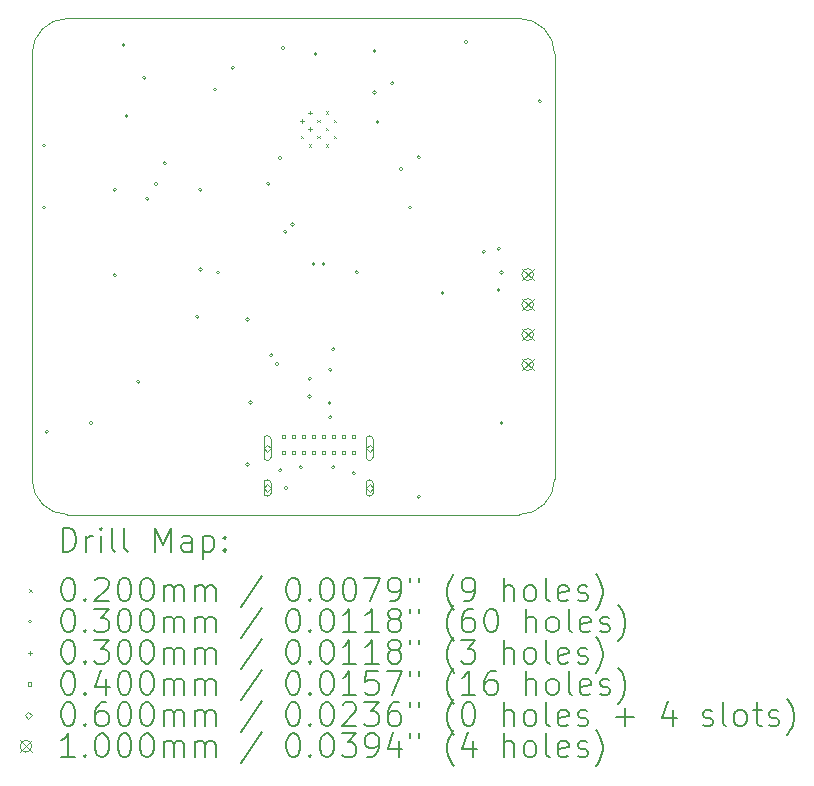
<source format=gbr>
%TF.GenerationSoftware,KiCad,Pcbnew,8.0.5*%
%TF.CreationDate,2024-11-29T11:32:20+09:00*%
%TF.ProjectId,esp32_primary_board_v2,65737033-325f-4707-9269-6d6172795f62,rev?*%
%TF.SameCoordinates,Original*%
%TF.FileFunction,Drillmap*%
%TF.FilePolarity,Positive*%
%FSLAX45Y45*%
G04 Gerber Fmt 4.5, Leading zero omitted, Abs format (unit mm)*
G04 Created by KiCad (PCBNEW 8.0.5) date 2024-11-29 11:32:20*
%MOMM*%
%LPD*%
G01*
G04 APERTURE LIST*
%ADD10C,0.038100*%
%ADD11C,0.200000*%
%ADD12C,0.100000*%
G04 APERTURE END LIST*
D10*
X15925000Y-13900000D02*
G75*
G02*
X15625000Y-14200000I-300000J0D01*
G01*
X15925000Y-10300000D02*
X15925000Y-13900000D01*
X11500000Y-13900000D02*
X11500000Y-10300000D01*
X15625000Y-14200000D02*
X11800000Y-14200000D01*
X11500000Y-10300000D02*
G75*
G02*
X11800000Y-10000000I300000J0D01*
G01*
X11800000Y-10000000D02*
X12000000Y-10000000D01*
X11800000Y-14200000D02*
G75*
G02*
X11500000Y-13900000I0J300000D01*
G01*
X15625000Y-10000000D02*
G75*
G02*
X15925000Y-10300000I0J-300000D01*
G01*
X12000000Y-10000000D02*
X15625000Y-10000000D01*
D11*
D12*
X13775000Y-10996000D02*
X13795000Y-11016000D01*
X13795000Y-10996000D02*
X13775000Y-11016000D01*
X13845000Y-11066000D02*
X13865000Y-11086000D01*
X13865000Y-11066000D02*
X13845000Y-11086000D01*
X13915000Y-10856000D02*
X13935000Y-10876000D01*
X13935000Y-10856000D02*
X13915000Y-10876000D01*
X13915000Y-10996000D02*
X13935000Y-11016000D01*
X13935000Y-10996000D02*
X13915000Y-11016000D01*
X13985000Y-10786000D02*
X14005000Y-10806000D01*
X14005000Y-10786000D02*
X13985000Y-10806000D01*
X13985000Y-10926000D02*
X14005000Y-10946000D01*
X14005000Y-10926000D02*
X13985000Y-10946000D01*
X13985000Y-11066000D02*
X14005000Y-11086000D01*
X14005000Y-11066000D02*
X13985000Y-11086000D01*
X14055000Y-10856000D02*
X14075000Y-10876000D01*
X14075000Y-10856000D02*
X14055000Y-10876000D01*
X14055000Y-10996000D02*
X14075000Y-11016000D01*
X14075000Y-10996000D02*
X14055000Y-11016000D01*
X11615000Y-11075000D02*
G75*
G02*
X11585000Y-11075000I-15000J0D01*
G01*
X11585000Y-11075000D02*
G75*
G02*
X11615000Y-11075000I15000J0D01*
G01*
X11615000Y-11600000D02*
G75*
G02*
X11585000Y-11600000I-15000J0D01*
G01*
X11585000Y-11600000D02*
G75*
G02*
X11615000Y-11600000I15000J0D01*
G01*
X11640000Y-13500000D02*
G75*
G02*
X11610000Y-13500000I-15000J0D01*
G01*
X11610000Y-13500000D02*
G75*
G02*
X11640000Y-13500000I15000J0D01*
G01*
X12015000Y-13425000D02*
G75*
G02*
X11985000Y-13425000I-15000J0D01*
G01*
X11985000Y-13425000D02*
G75*
G02*
X12015000Y-13425000I15000J0D01*
G01*
X12215000Y-11450000D02*
G75*
G02*
X12185000Y-11450000I-15000J0D01*
G01*
X12185000Y-11450000D02*
G75*
G02*
X12215000Y-11450000I15000J0D01*
G01*
X12215000Y-12175000D02*
G75*
G02*
X12185000Y-12175000I-15000J0D01*
G01*
X12185000Y-12175000D02*
G75*
G02*
X12215000Y-12175000I15000J0D01*
G01*
X12290000Y-10225000D02*
G75*
G02*
X12260000Y-10225000I-15000J0D01*
G01*
X12260000Y-10225000D02*
G75*
G02*
X12290000Y-10225000I15000J0D01*
G01*
X12315000Y-10825000D02*
G75*
G02*
X12285000Y-10825000I-15000J0D01*
G01*
X12285000Y-10825000D02*
G75*
G02*
X12315000Y-10825000I15000J0D01*
G01*
X12415000Y-13075000D02*
G75*
G02*
X12385000Y-13075000I-15000J0D01*
G01*
X12385000Y-13075000D02*
G75*
G02*
X12415000Y-13075000I15000J0D01*
G01*
X12465000Y-10500000D02*
G75*
G02*
X12435000Y-10500000I-15000J0D01*
G01*
X12435000Y-10500000D02*
G75*
G02*
X12465000Y-10500000I15000J0D01*
G01*
X12490000Y-11525000D02*
G75*
G02*
X12460000Y-11525000I-15000J0D01*
G01*
X12460000Y-11525000D02*
G75*
G02*
X12490000Y-11525000I15000J0D01*
G01*
X12565000Y-11400000D02*
G75*
G02*
X12535000Y-11400000I-15000J0D01*
G01*
X12535000Y-11400000D02*
G75*
G02*
X12565000Y-11400000I15000J0D01*
G01*
X12640000Y-11225000D02*
G75*
G02*
X12610000Y-11225000I-15000J0D01*
G01*
X12610000Y-11225000D02*
G75*
G02*
X12640000Y-11225000I15000J0D01*
G01*
X12915000Y-12525000D02*
G75*
G02*
X12885000Y-12525000I-15000J0D01*
G01*
X12885000Y-12525000D02*
G75*
G02*
X12915000Y-12525000I15000J0D01*
G01*
X12940000Y-11450000D02*
G75*
G02*
X12910000Y-11450000I-15000J0D01*
G01*
X12910000Y-11450000D02*
G75*
G02*
X12940000Y-11450000I15000J0D01*
G01*
X12940000Y-12125000D02*
G75*
G02*
X12910000Y-12125000I-15000J0D01*
G01*
X12910000Y-12125000D02*
G75*
G02*
X12940000Y-12125000I15000J0D01*
G01*
X13065000Y-10600000D02*
G75*
G02*
X13035000Y-10600000I-15000J0D01*
G01*
X13035000Y-10600000D02*
G75*
G02*
X13065000Y-10600000I15000J0D01*
G01*
X13090000Y-12150000D02*
G75*
G02*
X13060000Y-12150000I-15000J0D01*
G01*
X13060000Y-12150000D02*
G75*
G02*
X13090000Y-12150000I15000J0D01*
G01*
X13215000Y-10418000D02*
G75*
G02*
X13185000Y-10418000I-15000J0D01*
G01*
X13185000Y-10418000D02*
G75*
G02*
X13215000Y-10418000I15000J0D01*
G01*
X13340000Y-12550000D02*
G75*
G02*
X13310000Y-12550000I-15000J0D01*
G01*
X13310000Y-12550000D02*
G75*
G02*
X13340000Y-12550000I15000J0D01*
G01*
X13340000Y-13775000D02*
G75*
G02*
X13310000Y-13775000I-15000J0D01*
G01*
X13310000Y-13775000D02*
G75*
G02*
X13340000Y-13775000I15000J0D01*
G01*
X13365000Y-13250000D02*
G75*
G02*
X13335000Y-13250000I-15000J0D01*
G01*
X13335000Y-13250000D02*
G75*
G02*
X13365000Y-13250000I15000J0D01*
G01*
X13515000Y-11400000D02*
G75*
G02*
X13485000Y-11400000I-15000J0D01*
G01*
X13485000Y-11400000D02*
G75*
G02*
X13515000Y-11400000I15000J0D01*
G01*
X13540000Y-12850000D02*
G75*
G02*
X13510000Y-12850000I-15000J0D01*
G01*
X13510000Y-12850000D02*
G75*
G02*
X13540000Y-12850000I15000J0D01*
G01*
X13590000Y-12925000D02*
G75*
G02*
X13560000Y-12925000I-15000J0D01*
G01*
X13560000Y-12925000D02*
G75*
G02*
X13590000Y-12925000I15000J0D01*
G01*
X13615000Y-11180000D02*
G75*
G02*
X13585000Y-11180000I-15000J0D01*
G01*
X13585000Y-11180000D02*
G75*
G02*
X13615000Y-11180000I15000J0D01*
G01*
X13615000Y-13825000D02*
G75*
G02*
X13585000Y-13825000I-15000J0D01*
G01*
X13585000Y-13825000D02*
G75*
G02*
X13615000Y-13825000I15000J0D01*
G01*
X13640000Y-10250000D02*
G75*
G02*
X13610000Y-10250000I-15000J0D01*
G01*
X13610000Y-10250000D02*
G75*
G02*
X13640000Y-10250000I15000J0D01*
G01*
X13659806Y-11805193D02*
G75*
G02*
X13629806Y-11805193I-15000J0D01*
G01*
X13629806Y-11805193D02*
G75*
G02*
X13659806Y-11805193I15000J0D01*
G01*
X13665000Y-13975000D02*
G75*
G02*
X13635000Y-13975000I-15000J0D01*
G01*
X13635000Y-13975000D02*
G75*
G02*
X13665000Y-13975000I15000J0D01*
G01*
X13720193Y-11744806D02*
G75*
G02*
X13690193Y-11744806I-15000J0D01*
G01*
X13690193Y-11744806D02*
G75*
G02*
X13720193Y-11744806I15000J0D01*
G01*
X13790000Y-13800000D02*
G75*
G02*
X13760000Y-13800000I-15000J0D01*
G01*
X13760000Y-13800000D02*
G75*
G02*
X13790000Y-13800000I15000J0D01*
G01*
X13865000Y-13050000D02*
G75*
G02*
X13835000Y-13050000I-15000J0D01*
G01*
X13835000Y-13050000D02*
G75*
G02*
X13865000Y-13050000I15000J0D01*
G01*
X13865000Y-13200000D02*
G75*
G02*
X13835000Y-13200000I-15000J0D01*
G01*
X13835000Y-13200000D02*
G75*
G02*
X13865000Y-13200000I15000J0D01*
G01*
X13897300Y-12078065D02*
G75*
G02*
X13867300Y-12078065I-15000J0D01*
G01*
X13867300Y-12078065D02*
G75*
G02*
X13897300Y-12078065I15000J0D01*
G01*
X13915000Y-10300000D02*
G75*
G02*
X13885000Y-10300000I-15000J0D01*
G01*
X13885000Y-10300000D02*
G75*
G02*
X13915000Y-10300000I15000J0D01*
G01*
X13982700Y-12078065D02*
G75*
G02*
X13952700Y-12078065I-15000J0D01*
G01*
X13952700Y-12078065D02*
G75*
G02*
X13982700Y-12078065I15000J0D01*
G01*
X14033368Y-13256632D02*
G75*
G02*
X14003368Y-13256632I-15000J0D01*
G01*
X14003368Y-13256632D02*
G75*
G02*
X14033368Y-13256632I15000J0D01*
G01*
X14040000Y-12975000D02*
G75*
G02*
X14010000Y-12975000I-15000J0D01*
G01*
X14010000Y-12975000D02*
G75*
G02*
X14040000Y-12975000I15000J0D01*
G01*
X14040000Y-13375000D02*
G75*
G02*
X14010000Y-13375000I-15000J0D01*
G01*
X14010000Y-13375000D02*
G75*
G02*
X14040000Y-13375000I15000J0D01*
G01*
X14065000Y-12800000D02*
G75*
G02*
X14035000Y-12800000I-15000J0D01*
G01*
X14035000Y-12800000D02*
G75*
G02*
X14065000Y-12800000I15000J0D01*
G01*
X14065000Y-13800000D02*
G75*
G02*
X14035000Y-13800000I-15000J0D01*
G01*
X14035000Y-13800000D02*
G75*
G02*
X14065000Y-13800000I15000J0D01*
G01*
X14240000Y-13850000D02*
G75*
G02*
X14210000Y-13850000I-15000J0D01*
G01*
X14210000Y-13850000D02*
G75*
G02*
X14240000Y-13850000I15000J0D01*
G01*
X14265000Y-12150000D02*
G75*
G02*
X14235000Y-12150000I-15000J0D01*
G01*
X14235000Y-12150000D02*
G75*
G02*
X14265000Y-12150000I15000J0D01*
G01*
X14415000Y-10275000D02*
G75*
G02*
X14385000Y-10275000I-15000J0D01*
G01*
X14385000Y-10275000D02*
G75*
G02*
X14415000Y-10275000I15000J0D01*
G01*
X14415000Y-10625000D02*
G75*
G02*
X14385000Y-10625000I-15000J0D01*
G01*
X14385000Y-10625000D02*
G75*
G02*
X14415000Y-10625000I15000J0D01*
G01*
X14440000Y-10875000D02*
G75*
G02*
X14410000Y-10875000I-15000J0D01*
G01*
X14410000Y-10875000D02*
G75*
G02*
X14440000Y-10875000I15000J0D01*
G01*
X14565000Y-10550000D02*
G75*
G02*
X14535000Y-10550000I-15000J0D01*
G01*
X14535000Y-10550000D02*
G75*
G02*
X14565000Y-10550000I15000J0D01*
G01*
X14640000Y-11275000D02*
G75*
G02*
X14610000Y-11275000I-15000J0D01*
G01*
X14610000Y-11275000D02*
G75*
G02*
X14640000Y-11275000I15000J0D01*
G01*
X14715000Y-11600000D02*
G75*
G02*
X14685000Y-11600000I-15000J0D01*
G01*
X14685000Y-11600000D02*
G75*
G02*
X14715000Y-11600000I15000J0D01*
G01*
X14790000Y-11175000D02*
G75*
G02*
X14760000Y-11175000I-15000J0D01*
G01*
X14760000Y-11175000D02*
G75*
G02*
X14790000Y-11175000I15000J0D01*
G01*
X14790000Y-14050000D02*
G75*
G02*
X14760000Y-14050000I-15000J0D01*
G01*
X14760000Y-14050000D02*
G75*
G02*
X14790000Y-14050000I15000J0D01*
G01*
X14990000Y-12325000D02*
G75*
G02*
X14960000Y-12325000I-15000J0D01*
G01*
X14960000Y-12325000D02*
G75*
G02*
X14990000Y-12325000I15000J0D01*
G01*
X15190000Y-10200000D02*
G75*
G02*
X15160000Y-10200000I-15000J0D01*
G01*
X15160000Y-10200000D02*
G75*
G02*
X15190000Y-10200000I15000J0D01*
G01*
X15340000Y-11975000D02*
G75*
G02*
X15310000Y-11975000I-15000J0D01*
G01*
X15310000Y-11975000D02*
G75*
G02*
X15340000Y-11975000I15000J0D01*
G01*
X15465000Y-11950000D02*
G75*
G02*
X15435000Y-11950000I-15000J0D01*
G01*
X15435000Y-11950000D02*
G75*
G02*
X15465000Y-11950000I15000J0D01*
G01*
X15465000Y-12300000D02*
G75*
G02*
X15435000Y-12300000I-15000J0D01*
G01*
X15435000Y-12300000D02*
G75*
G02*
X15465000Y-12300000I15000J0D01*
G01*
X15490000Y-12150000D02*
G75*
G02*
X15460000Y-12150000I-15000J0D01*
G01*
X15460000Y-12150000D02*
G75*
G02*
X15490000Y-12150000I15000J0D01*
G01*
X15490000Y-13425000D02*
G75*
G02*
X15460000Y-13425000I-15000J0D01*
G01*
X15460000Y-13425000D02*
G75*
G02*
X15490000Y-13425000I15000J0D01*
G01*
X15815000Y-10700000D02*
G75*
G02*
X15785000Y-10700000I-15000J0D01*
G01*
X15785000Y-10700000D02*
G75*
G02*
X15815000Y-10700000I15000J0D01*
G01*
X13785000Y-10851000D02*
X13785000Y-10881000D01*
X13770000Y-10866000D02*
X13800000Y-10866000D01*
X13855000Y-10781000D02*
X13855000Y-10811000D01*
X13840000Y-10796000D02*
X13870000Y-10796000D01*
X13855000Y-10921000D02*
X13855000Y-10951000D01*
X13840000Y-10936000D02*
X13870000Y-10936000D01*
X13641642Y-13553142D02*
X13641642Y-13524858D01*
X13613358Y-13524858D01*
X13613358Y-13553142D01*
X13641642Y-13553142D01*
X13641642Y-13688142D02*
X13641642Y-13659858D01*
X13613358Y-13659858D01*
X13613358Y-13688142D01*
X13641642Y-13688142D01*
X13726642Y-13553142D02*
X13726642Y-13524858D01*
X13698358Y-13524858D01*
X13698358Y-13553142D01*
X13726642Y-13553142D01*
X13726642Y-13688142D02*
X13726642Y-13659858D01*
X13698358Y-13659858D01*
X13698358Y-13688142D01*
X13726642Y-13688142D01*
X13811642Y-13553142D02*
X13811642Y-13524858D01*
X13783358Y-13524858D01*
X13783358Y-13553142D01*
X13811642Y-13553142D01*
X13811642Y-13688142D02*
X13811642Y-13659858D01*
X13783358Y-13659858D01*
X13783358Y-13688142D01*
X13811642Y-13688142D01*
X13896642Y-13553142D02*
X13896642Y-13524858D01*
X13868358Y-13524858D01*
X13868358Y-13553142D01*
X13896642Y-13553142D01*
X13896642Y-13688142D02*
X13896642Y-13659858D01*
X13868358Y-13659858D01*
X13868358Y-13688142D01*
X13896642Y-13688142D01*
X13981642Y-13553142D02*
X13981642Y-13524858D01*
X13953358Y-13524858D01*
X13953358Y-13553142D01*
X13981642Y-13553142D01*
X13981642Y-13688142D02*
X13981642Y-13659858D01*
X13953358Y-13659858D01*
X13953358Y-13688142D01*
X13981642Y-13688142D01*
X14066642Y-13553142D02*
X14066642Y-13524858D01*
X14038358Y-13524858D01*
X14038358Y-13553142D01*
X14066642Y-13553142D01*
X14066642Y-13688142D02*
X14066642Y-13659858D01*
X14038358Y-13659858D01*
X14038358Y-13688142D01*
X14066642Y-13688142D01*
X14151642Y-13553142D02*
X14151642Y-13524858D01*
X14123358Y-13524858D01*
X14123358Y-13553142D01*
X14151642Y-13553142D01*
X14151642Y-13688142D02*
X14151642Y-13659858D01*
X14123358Y-13659858D01*
X14123358Y-13688142D01*
X14151642Y-13688142D01*
X14236642Y-13553142D02*
X14236642Y-13524858D01*
X14208358Y-13524858D01*
X14208358Y-13553142D01*
X14236642Y-13553142D01*
X14236642Y-13688142D02*
X14236642Y-13659858D01*
X14208358Y-13659858D01*
X14208358Y-13688142D01*
X14236642Y-13688142D01*
X13492500Y-13667000D02*
X13522500Y-13637000D01*
X13492500Y-13607000D01*
X13462500Y-13637000D01*
X13492500Y-13667000D01*
X13462500Y-13562000D02*
X13462500Y-13712000D01*
X13522500Y-13712000D02*
G75*
G02*
X13462500Y-13712000I-30000J0D01*
G01*
X13522500Y-13712000D02*
X13522500Y-13562000D01*
X13522500Y-13562000D02*
G75*
G03*
X13462500Y-13562000I-30000J0D01*
G01*
X13492500Y-14005000D02*
X13522500Y-13975000D01*
X13492500Y-13945000D01*
X13462500Y-13975000D01*
X13492500Y-14005000D01*
X13462500Y-13935000D02*
X13462500Y-14015000D01*
X13522500Y-14015000D02*
G75*
G02*
X13462500Y-14015000I-30000J0D01*
G01*
X13522500Y-14015000D02*
X13522500Y-13935000D01*
X13522500Y-13935000D02*
G75*
G03*
X13462500Y-13935000I-30000J0D01*
G01*
X14357500Y-13667000D02*
X14387500Y-13637000D01*
X14357500Y-13607000D01*
X14327500Y-13637000D01*
X14357500Y-13667000D01*
X14327500Y-13562000D02*
X14327500Y-13712000D01*
X14387500Y-13712000D02*
G75*
G02*
X14327500Y-13712000I-30000J0D01*
G01*
X14387500Y-13712000D02*
X14387500Y-13562000D01*
X14387500Y-13562000D02*
G75*
G03*
X14327500Y-13562000I-30000J0D01*
G01*
X14357500Y-14005000D02*
X14387500Y-13975000D01*
X14357500Y-13945000D01*
X14327500Y-13975000D01*
X14357500Y-14005000D01*
X14327500Y-13935000D02*
X14327500Y-14015000D01*
X14387500Y-14015000D02*
G75*
G02*
X14327500Y-14015000I-30000J0D01*
G01*
X14387500Y-14015000D02*
X14387500Y-13935000D01*
X14387500Y-13935000D02*
G75*
G03*
X14327500Y-13935000I-30000J0D01*
G01*
X15647500Y-12118000D02*
X15747500Y-12218000D01*
X15747500Y-12118000D02*
X15647500Y-12218000D01*
X15747500Y-12168000D02*
G75*
G02*
X15647500Y-12168000I-50000J0D01*
G01*
X15647500Y-12168000D02*
G75*
G02*
X15747500Y-12168000I50000J0D01*
G01*
X15647500Y-12372000D02*
X15747500Y-12472000D01*
X15747500Y-12372000D02*
X15647500Y-12472000D01*
X15747500Y-12422000D02*
G75*
G02*
X15647500Y-12422000I-50000J0D01*
G01*
X15647500Y-12422000D02*
G75*
G02*
X15747500Y-12422000I50000J0D01*
G01*
X15647500Y-12626000D02*
X15747500Y-12726000D01*
X15747500Y-12626000D02*
X15647500Y-12726000D01*
X15747500Y-12676000D02*
G75*
G02*
X15647500Y-12676000I-50000J0D01*
G01*
X15647500Y-12676000D02*
G75*
G02*
X15747500Y-12676000I50000J0D01*
G01*
X15647500Y-12880000D02*
X15747500Y-12980000D01*
X15747500Y-12880000D02*
X15647500Y-12980000D01*
X15747500Y-12930000D02*
G75*
G02*
X15647500Y-12930000I-50000J0D01*
G01*
X15647500Y-12930000D02*
G75*
G02*
X15747500Y-12930000I50000J0D01*
G01*
D11*
X11758872Y-14513389D02*
X11758872Y-14313389D01*
X11758872Y-14313389D02*
X11806491Y-14313389D01*
X11806491Y-14313389D02*
X11835062Y-14322913D01*
X11835062Y-14322913D02*
X11854110Y-14341960D01*
X11854110Y-14341960D02*
X11863634Y-14361008D01*
X11863634Y-14361008D02*
X11873157Y-14399103D01*
X11873157Y-14399103D02*
X11873157Y-14427674D01*
X11873157Y-14427674D02*
X11863634Y-14465770D01*
X11863634Y-14465770D02*
X11854110Y-14484817D01*
X11854110Y-14484817D02*
X11835062Y-14503865D01*
X11835062Y-14503865D02*
X11806491Y-14513389D01*
X11806491Y-14513389D02*
X11758872Y-14513389D01*
X11958872Y-14513389D02*
X11958872Y-14380055D01*
X11958872Y-14418151D02*
X11968396Y-14399103D01*
X11968396Y-14399103D02*
X11977919Y-14389579D01*
X11977919Y-14389579D02*
X11996967Y-14380055D01*
X11996967Y-14380055D02*
X12016015Y-14380055D01*
X12082681Y-14513389D02*
X12082681Y-14380055D01*
X12082681Y-14313389D02*
X12073157Y-14322913D01*
X12073157Y-14322913D02*
X12082681Y-14332436D01*
X12082681Y-14332436D02*
X12092205Y-14322913D01*
X12092205Y-14322913D02*
X12082681Y-14313389D01*
X12082681Y-14313389D02*
X12082681Y-14332436D01*
X12206491Y-14513389D02*
X12187443Y-14503865D01*
X12187443Y-14503865D02*
X12177919Y-14484817D01*
X12177919Y-14484817D02*
X12177919Y-14313389D01*
X12311253Y-14513389D02*
X12292205Y-14503865D01*
X12292205Y-14503865D02*
X12282681Y-14484817D01*
X12282681Y-14484817D02*
X12282681Y-14313389D01*
X12539824Y-14513389D02*
X12539824Y-14313389D01*
X12539824Y-14313389D02*
X12606491Y-14456246D01*
X12606491Y-14456246D02*
X12673157Y-14313389D01*
X12673157Y-14313389D02*
X12673157Y-14513389D01*
X12854110Y-14513389D02*
X12854110Y-14408627D01*
X12854110Y-14408627D02*
X12844586Y-14389579D01*
X12844586Y-14389579D02*
X12825538Y-14380055D01*
X12825538Y-14380055D02*
X12787443Y-14380055D01*
X12787443Y-14380055D02*
X12768396Y-14389579D01*
X12854110Y-14503865D02*
X12835062Y-14513389D01*
X12835062Y-14513389D02*
X12787443Y-14513389D01*
X12787443Y-14513389D02*
X12768396Y-14503865D01*
X12768396Y-14503865D02*
X12758872Y-14484817D01*
X12758872Y-14484817D02*
X12758872Y-14465770D01*
X12758872Y-14465770D02*
X12768396Y-14446722D01*
X12768396Y-14446722D02*
X12787443Y-14437198D01*
X12787443Y-14437198D02*
X12835062Y-14437198D01*
X12835062Y-14437198D02*
X12854110Y-14427674D01*
X12949348Y-14380055D02*
X12949348Y-14580055D01*
X12949348Y-14389579D02*
X12968396Y-14380055D01*
X12968396Y-14380055D02*
X13006491Y-14380055D01*
X13006491Y-14380055D02*
X13025538Y-14389579D01*
X13025538Y-14389579D02*
X13035062Y-14399103D01*
X13035062Y-14399103D02*
X13044586Y-14418151D01*
X13044586Y-14418151D02*
X13044586Y-14475293D01*
X13044586Y-14475293D02*
X13035062Y-14494341D01*
X13035062Y-14494341D02*
X13025538Y-14503865D01*
X13025538Y-14503865D02*
X13006491Y-14513389D01*
X13006491Y-14513389D02*
X12968396Y-14513389D01*
X12968396Y-14513389D02*
X12949348Y-14503865D01*
X13130300Y-14494341D02*
X13139824Y-14503865D01*
X13139824Y-14503865D02*
X13130300Y-14513389D01*
X13130300Y-14513389D02*
X13120777Y-14503865D01*
X13120777Y-14503865D02*
X13130300Y-14494341D01*
X13130300Y-14494341D02*
X13130300Y-14513389D01*
X13130300Y-14389579D02*
X13139824Y-14399103D01*
X13139824Y-14399103D02*
X13130300Y-14408627D01*
X13130300Y-14408627D02*
X13120777Y-14399103D01*
X13120777Y-14399103D02*
X13130300Y-14389579D01*
X13130300Y-14389579D02*
X13130300Y-14408627D01*
D12*
X11478095Y-14831905D02*
X11498095Y-14851905D01*
X11498095Y-14831905D02*
X11478095Y-14851905D01*
D11*
X11796967Y-14733389D02*
X11816015Y-14733389D01*
X11816015Y-14733389D02*
X11835062Y-14742913D01*
X11835062Y-14742913D02*
X11844586Y-14752436D01*
X11844586Y-14752436D02*
X11854110Y-14771484D01*
X11854110Y-14771484D02*
X11863634Y-14809579D01*
X11863634Y-14809579D02*
X11863634Y-14857198D01*
X11863634Y-14857198D02*
X11854110Y-14895293D01*
X11854110Y-14895293D02*
X11844586Y-14914341D01*
X11844586Y-14914341D02*
X11835062Y-14923865D01*
X11835062Y-14923865D02*
X11816015Y-14933389D01*
X11816015Y-14933389D02*
X11796967Y-14933389D01*
X11796967Y-14933389D02*
X11777919Y-14923865D01*
X11777919Y-14923865D02*
X11768396Y-14914341D01*
X11768396Y-14914341D02*
X11758872Y-14895293D01*
X11758872Y-14895293D02*
X11749348Y-14857198D01*
X11749348Y-14857198D02*
X11749348Y-14809579D01*
X11749348Y-14809579D02*
X11758872Y-14771484D01*
X11758872Y-14771484D02*
X11768396Y-14752436D01*
X11768396Y-14752436D02*
X11777919Y-14742913D01*
X11777919Y-14742913D02*
X11796967Y-14733389D01*
X11949348Y-14914341D02*
X11958872Y-14923865D01*
X11958872Y-14923865D02*
X11949348Y-14933389D01*
X11949348Y-14933389D02*
X11939824Y-14923865D01*
X11939824Y-14923865D02*
X11949348Y-14914341D01*
X11949348Y-14914341D02*
X11949348Y-14933389D01*
X12035062Y-14752436D02*
X12044586Y-14742913D01*
X12044586Y-14742913D02*
X12063634Y-14733389D01*
X12063634Y-14733389D02*
X12111253Y-14733389D01*
X12111253Y-14733389D02*
X12130300Y-14742913D01*
X12130300Y-14742913D02*
X12139824Y-14752436D01*
X12139824Y-14752436D02*
X12149348Y-14771484D01*
X12149348Y-14771484D02*
X12149348Y-14790532D01*
X12149348Y-14790532D02*
X12139824Y-14819103D01*
X12139824Y-14819103D02*
X12025538Y-14933389D01*
X12025538Y-14933389D02*
X12149348Y-14933389D01*
X12273157Y-14733389D02*
X12292205Y-14733389D01*
X12292205Y-14733389D02*
X12311253Y-14742913D01*
X12311253Y-14742913D02*
X12320777Y-14752436D01*
X12320777Y-14752436D02*
X12330300Y-14771484D01*
X12330300Y-14771484D02*
X12339824Y-14809579D01*
X12339824Y-14809579D02*
X12339824Y-14857198D01*
X12339824Y-14857198D02*
X12330300Y-14895293D01*
X12330300Y-14895293D02*
X12320777Y-14914341D01*
X12320777Y-14914341D02*
X12311253Y-14923865D01*
X12311253Y-14923865D02*
X12292205Y-14933389D01*
X12292205Y-14933389D02*
X12273157Y-14933389D01*
X12273157Y-14933389D02*
X12254110Y-14923865D01*
X12254110Y-14923865D02*
X12244586Y-14914341D01*
X12244586Y-14914341D02*
X12235062Y-14895293D01*
X12235062Y-14895293D02*
X12225538Y-14857198D01*
X12225538Y-14857198D02*
X12225538Y-14809579D01*
X12225538Y-14809579D02*
X12235062Y-14771484D01*
X12235062Y-14771484D02*
X12244586Y-14752436D01*
X12244586Y-14752436D02*
X12254110Y-14742913D01*
X12254110Y-14742913D02*
X12273157Y-14733389D01*
X12463634Y-14733389D02*
X12482681Y-14733389D01*
X12482681Y-14733389D02*
X12501729Y-14742913D01*
X12501729Y-14742913D02*
X12511253Y-14752436D01*
X12511253Y-14752436D02*
X12520777Y-14771484D01*
X12520777Y-14771484D02*
X12530300Y-14809579D01*
X12530300Y-14809579D02*
X12530300Y-14857198D01*
X12530300Y-14857198D02*
X12520777Y-14895293D01*
X12520777Y-14895293D02*
X12511253Y-14914341D01*
X12511253Y-14914341D02*
X12501729Y-14923865D01*
X12501729Y-14923865D02*
X12482681Y-14933389D01*
X12482681Y-14933389D02*
X12463634Y-14933389D01*
X12463634Y-14933389D02*
X12444586Y-14923865D01*
X12444586Y-14923865D02*
X12435062Y-14914341D01*
X12435062Y-14914341D02*
X12425538Y-14895293D01*
X12425538Y-14895293D02*
X12416015Y-14857198D01*
X12416015Y-14857198D02*
X12416015Y-14809579D01*
X12416015Y-14809579D02*
X12425538Y-14771484D01*
X12425538Y-14771484D02*
X12435062Y-14752436D01*
X12435062Y-14752436D02*
X12444586Y-14742913D01*
X12444586Y-14742913D02*
X12463634Y-14733389D01*
X12616015Y-14933389D02*
X12616015Y-14800055D01*
X12616015Y-14819103D02*
X12625538Y-14809579D01*
X12625538Y-14809579D02*
X12644586Y-14800055D01*
X12644586Y-14800055D02*
X12673158Y-14800055D01*
X12673158Y-14800055D02*
X12692205Y-14809579D01*
X12692205Y-14809579D02*
X12701729Y-14828627D01*
X12701729Y-14828627D02*
X12701729Y-14933389D01*
X12701729Y-14828627D02*
X12711253Y-14809579D01*
X12711253Y-14809579D02*
X12730300Y-14800055D01*
X12730300Y-14800055D02*
X12758872Y-14800055D01*
X12758872Y-14800055D02*
X12777919Y-14809579D01*
X12777919Y-14809579D02*
X12787443Y-14828627D01*
X12787443Y-14828627D02*
X12787443Y-14933389D01*
X12882681Y-14933389D02*
X12882681Y-14800055D01*
X12882681Y-14819103D02*
X12892205Y-14809579D01*
X12892205Y-14809579D02*
X12911253Y-14800055D01*
X12911253Y-14800055D02*
X12939824Y-14800055D01*
X12939824Y-14800055D02*
X12958872Y-14809579D01*
X12958872Y-14809579D02*
X12968396Y-14828627D01*
X12968396Y-14828627D02*
X12968396Y-14933389D01*
X12968396Y-14828627D02*
X12977919Y-14809579D01*
X12977919Y-14809579D02*
X12996967Y-14800055D01*
X12996967Y-14800055D02*
X13025538Y-14800055D01*
X13025538Y-14800055D02*
X13044586Y-14809579D01*
X13044586Y-14809579D02*
X13054110Y-14828627D01*
X13054110Y-14828627D02*
X13054110Y-14933389D01*
X13444586Y-14723865D02*
X13273158Y-14981008D01*
X13701729Y-14733389D02*
X13720777Y-14733389D01*
X13720777Y-14733389D02*
X13739824Y-14742913D01*
X13739824Y-14742913D02*
X13749348Y-14752436D01*
X13749348Y-14752436D02*
X13758872Y-14771484D01*
X13758872Y-14771484D02*
X13768396Y-14809579D01*
X13768396Y-14809579D02*
X13768396Y-14857198D01*
X13768396Y-14857198D02*
X13758872Y-14895293D01*
X13758872Y-14895293D02*
X13749348Y-14914341D01*
X13749348Y-14914341D02*
X13739824Y-14923865D01*
X13739824Y-14923865D02*
X13720777Y-14933389D01*
X13720777Y-14933389D02*
X13701729Y-14933389D01*
X13701729Y-14933389D02*
X13682681Y-14923865D01*
X13682681Y-14923865D02*
X13673158Y-14914341D01*
X13673158Y-14914341D02*
X13663634Y-14895293D01*
X13663634Y-14895293D02*
X13654110Y-14857198D01*
X13654110Y-14857198D02*
X13654110Y-14809579D01*
X13654110Y-14809579D02*
X13663634Y-14771484D01*
X13663634Y-14771484D02*
X13673158Y-14752436D01*
X13673158Y-14752436D02*
X13682681Y-14742913D01*
X13682681Y-14742913D02*
X13701729Y-14733389D01*
X13854110Y-14914341D02*
X13863634Y-14923865D01*
X13863634Y-14923865D02*
X13854110Y-14933389D01*
X13854110Y-14933389D02*
X13844586Y-14923865D01*
X13844586Y-14923865D02*
X13854110Y-14914341D01*
X13854110Y-14914341D02*
X13854110Y-14933389D01*
X13987443Y-14733389D02*
X14006491Y-14733389D01*
X14006491Y-14733389D02*
X14025539Y-14742913D01*
X14025539Y-14742913D02*
X14035062Y-14752436D01*
X14035062Y-14752436D02*
X14044586Y-14771484D01*
X14044586Y-14771484D02*
X14054110Y-14809579D01*
X14054110Y-14809579D02*
X14054110Y-14857198D01*
X14054110Y-14857198D02*
X14044586Y-14895293D01*
X14044586Y-14895293D02*
X14035062Y-14914341D01*
X14035062Y-14914341D02*
X14025539Y-14923865D01*
X14025539Y-14923865D02*
X14006491Y-14933389D01*
X14006491Y-14933389D02*
X13987443Y-14933389D01*
X13987443Y-14933389D02*
X13968396Y-14923865D01*
X13968396Y-14923865D02*
X13958872Y-14914341D01*
X13958872Y-14914341D02*
X13949348Y-14895293D01*
X13949348Y-14895293D02*
X13939824Y-14857198D01*
X13939824Y-14857198D02*
X13939824Y-14809579D01*
X13939824Y-14809579D02*
X13949348Y-14771484D01*
X13949348Y-14771484D02*
X13958872Y-14752436D01*
X13958872Y-14752436D02*
X13968396Y-14742913D01*
X13968396Y-14742913D02*
X13987443Y-14733389D01*
X14177920Y-14733389D02*
X14196967Y-14733389D01*
X14196967Y-14733389D02*
X14216015Y-14742913D01*
X14216015Y-14742913D02*
X14225539Y-14752436D01*
X14225539Y-14752436D02*
X14235062Y-14771484D01*
X14235062Y-14771484D02*
X14244586Y-14809579D01*
X14244586Y-14809579D02*
X14244586Y-14857198D01*
X14244586Y-14857198D02*
X14235062Y-14895293D01*
X14235062Y-14895293D02*
X14225539Y-14914341D01*
X14225539Y-14914341D02*
X14216015Y-14923865D01*
X14216015Y-14923865D02*
X14196967Y-14933389D01*
X14196967Y-14933389D02*
X14177920Y-14933389D01*
X14177920Y-14933389D02*
X14158872Y-14923865D01*
X14158872Y-14923865D02*
X14149348Y-14914341D01*
X14149348Y-14914341D02*
X14139824Y-14895293D01*
X14139824Y-14895293D02*
X14130301Y-14857198D01*
X14130301Y-14857198D02*
X14130301Y-14809579D01*
X14130301Y-14809579D02*
X14139824Y-14771484D01*
X14139824Y-14771484D02*
X14149348Y-14752436D01*
X14149348Y-14752436D02*
X14158872Y-14742913D01*
X14158872Y-14742913D02*
X14177920Y-14733389D01*
X14311253Y-14733389D02*
X14444586Y-14733389D01*
X14444586Y-14733389D02*
X14358872Y-14933389D01*
X14530301Y-14933389D02*
X14568396Y-14933389D01*
X14568396Y-14933389D02*
X14587443Y-14923865D01*
X14587443Y-14923865D02*
X14596967Y-14914341D01*
X14596967Y-14914341D02*
X14616015Y-14885770D01*
X14616015Y-14885770D02*
X14625539Y-14847674D01*
X14625539Y-14847674D02*
X14625539Y-14771484D01*
X14625539Y-14771484D02*
X14616015Y-14752436D01*
X14616015Y-14752436D02*
X14606491Y-14742913D01*
X14606491Y-14742913D02*
X14587443Y-14733389D01*
X14587443Y-14733389D02*
X14549348Y-14733389D01*
X14549348Y-14733389D02*
X14530301Y-14742913D01*
X14530301Y-14742913D02*
X14520777Y-14752436D01*
X14520777Y-14752436D02*
X14511253Y-14771484D01*
X14511253Y-14771484D02*
X14511253Y-14819103D01*
X14511253Y-14819103D02*
X14520777Y-14838151D01*
X14520777Y-14838151D02*
X14530301Y-14847674D01*
X14530301Y-14847674D02*
X14549348Y-14857198D01*
X14549348Y-14857198D02*
X14587443Y-14857198D01*
X14587443Y-14857198D02*
X14606491Y-14847674D01*
X14606491Y-14847674D02*
X14616015Y-14838151D01*
X14616015Y-14838151D02*
X14625539Y-14819103D01*
X14701729Y-14733389D02*
X14701729Y-14771484D01*
X14777920Y-14733389D02*
X14777920Y-14771484D01*
X15073158Y-15009579D02*
X15063634Y-15000055D01*
X15063634Y-15000055D02*
X15044586Y-14971484D01*
X15044586Y-14971484D02*
X15035063Y-14952436D01*
X15035063Y-14952436D02*
X15025539Y-14923865D01*
X15025539Y-14923865D02*
X15016015Y-14876246D01*
X15016015Y-14876246D02*
X15016015Y-14838151D01*
X15016015Y-14838151D02*
X15025539Y-14790532D01*
X15025539Y-14790532D02*
X15035063Y-14761960D01*
X15035063Y-14761960D02*
X15044586Y-14742913D01*
X15044586Y-14742913D02*
X15063634Y-14714341D01*
X15063634Y-14714341D02*
X15073158Y-14704817D01*
X15158872Y-14933389D02*
X15196967Y-14933389D01*
X15196967Y-14933389D02*
X15216015Y-14923865D01*
X15216015Y-14923865D02*
X15225539Y-14914341D01*
X15225539Y-14914341D02*
X15244586Y-14885770D01*
X15244586Y-14885770D02*
X15254110Y-14847674D01*
X15254110Y-14847674D02*
X15254110Y-14771484D01*
X15254110Y-14771484D02*
X15244586Y-14752436D01*
X15244586Y-14752436D02*
X15235063Y-14742913D01*
X15235063Y-14742913D02*
X15216015Y-14733389D01*
X15216015Y-14733389D02*
X15177920Y-14733389D01*
X15177920Y-14733389D02*
X15158872Y-14742913D01*
X15158872Y-14742913D02*
X15149348Y-14752436D01*
X15149348Y-14752436D02*
X15139824Y-14771484D01*
X15139824Y-14771484D02*
X15139824Y-14819103D01*
X15139824Y-14819103D02*
X15149348Y-14838151D01*
X15149348Y-14838151D02*
X15158872Y-14847674D01*
X15158872Y-14847674D02*
X15177920Y-14857198D01*
X15177920Y-14857198D02*
X15216015Y-14857198D01*
X15216015Y-14857198D02*
X15235063Y-14847674D01*
X15235063Y-14847674D02*
X15244586Y-14838151D01*
X15244586Y-14838151D02*
X15254110Y-14819103D01*
X15492205Y-14933389D02*
X15492205Y-14733389D01*
X15577920Y-14933389D02*
X15577920Y-14828627D01*
X15577920Y-14828627D02*
X15568396Y-14809579D01*
X15568396Y-14809579D02*
X15549348Y-14800055D01*
X15549348Y-14800055D02*
X15520777Y-14800055D01*
X15520777Y-14800055D02*
X15501729Y-14809579D01*
X15501729Y-14809579D02*
X15492205Y-14819103D01*
X15701729Y-14933389D02*
X15682682Y-14923865D01*
X15682682Y-14923865D02*
X15673158Y-14914341D01*
X15673158Y-14914341D02*
X15663634Y-14895293D01*
X15663634Y-14895293D02*
X15663634Y-14838151D01*
X15663634Y-14838151D02*
X15673158Y-14819103D01*
X15673158Y-14819103D02*
X15682682Y-14809579D01*
X15682682Y-14809579D02*
X15701729Y-14800055D01*
X15701729Y-14800055D02*
X15730301Y-14800055D01*
X15730301Y-14800055D02*
X15749348Y-14809579D01*
X15749348Y-14809579D02*
X15758872Y-14819103D01*
X15758872Y-14819103D02*
X15768396Y-14838151D01*
X15768396Y-14838151D02*
X15768396Y-14895293D01*
X15768396Y-14895293D02*
X15758872Y-14914341D01*
X15758872Y-14914341D02*
X15749348Y-14923865D01*
X15749348Y-14923865D02*
X15730301Y-14933389D01*
X15730301Y-14933389D02*
X15701729Y-14933389D01*
X15882682Y-14933389D02*
X15863634Y-14923865D01*
X15863634Y-14923865D02*
X15854110Y-14904817D01*
X15854110Y-14904817D02*
X15854110Y-14733389D01*
X16035063Y-14923865D02*
X16016015Y-14933389D01*
X16016015Y-14933389D02*
X15977920Y-14933389D01*
X15977920Y-14933389D02*
X15958872Y-14923865D01*
X15958872Y-14923865D02*
X15949348Y-14904817D01*
X15949348Y-14904817D02*
X15949348Y-14828627D01*
X15949348Y-14828627D02*
X15958872Y-14809579D01*
X15958872Y-14809579D02*
X15977920Y-14800055D01*
X15977920Y-14800055D02*
X16016015Y-14800055D01*
X16016015Y-14800055D02*
X16035063Y-14809579D01*
X16035063Y-14809579D02*
X16044586Y-14828627D01*
X16044586Y-14828627D02*
X16044586Y-14847674D01*
X16044586Y-14847674D02*
X15949348Y-14866722D01*
X16120777Y-14923865D02*
X16139825Y-14933389D01*
X16139825Y-14933389D02*
X16177920Y-14933389D01*
X16177920Y-14933389D02*
X16196967Y-14923865D01*
X16196967Y-14923865D02*
X16206491Y-14904817D01*
X16206491Y-14904817D02*
X16206491Y-14895293D01*
X16206491Y-14895293D02*
X16196967Y-14876246D01*
X16196967Y-14876246D02*
X16177920Y-14866722D01*
X16177920Y-14866722D02*
X16149348Y-14866722D01*
X16149348Y-14866722D02*
X16130301Y-14857198D01*
X16130301Y-14857198D02*
X16120777Y-14838151D01*
X16120777Y-14838151D02*
X16120777Y-14828627D01*
X16120777Y-14828627D02*
X16130301Y-14809579D01*
X16130301Y-14809579D02*
X16149348Y-14800055D01*
X16149348Y-14800055D02*
X16177920Y-14800055D01*
X16177920Y-14800055D02*
X16196967Y-14809579D01*
X16273158Y-15009579D02*
X16282682Y-15000055D01*
X16282682Y-15000055D02*
X16301729Y-14971484D01*
X16301729Y-14971484D02*
X16311253Y-14952436D01*
X16311253Y-14952436D02*
X16320777Y-14923865D01*
X16320777Y-14923865D02*
X16330301Y-14876246D01*
X16330301Y-14876246D02*
X16330301Y-14838151D01*
X16330301Y-14838151D02*
X16320777Y-14790532D01*
X16320777Y-14790532D02*
X16311253Y-14761960D01*
X16311253Y-14761960D02*
X16301729Y-14742913D01*
X16301729Y-14742913D02*
X16282682Y-14714341D01*
X16282682Y-14714341D02*
X16273158Y-14704817D01*
D12*
X11498095Y-15105905D02*
G75*
G02*
X11468095Y-15105905I-15000J0D01*
G01*
X11468095Y-15105905D02*
G75*
G02*
X11498095Y-15105905I15000J0D01*
G01*
D11*
X11796967Y-14997389D02*
X11816015Y-14997389D01*
X11816015Y-14997389D02*
X11835062Y-15006913D01*
X11835062Y-15006913D02*
X11844586Y-15016436D01*
X11844586Y-15016436D02*
X11854110Y-15035484D01*
X11854110Y-15035484D02*
X11863634Y-15073579D01*
X11863634Y-15073579D02*
X11863634Y-15121198D01*
X11863634Y-15121198D02*
X11854110Y-15159293D01*
X11854110Y-15159293D02*
X11844586Y-15178341D01*
X11844586Y-15178341D02*
X11835062Y-15187865D01*
X11835062Y-15187865D02*
X11816015Y-15197389D01*
X11816015Y-15197389D02*
X11796967Y-15197389D01*
X11796967Y-15197389D02*
X11777919Y-15187865D01*
X11777919Y-15187865D02*
X11768396Y-15178341D01*
X11768396Y-15178341D02*
X11758872Y-15159293D01*
X11758872Y-15159293D02*
X11749348Y-15121198D01*
X11749348Y-15121198D02*
X11749348Y-15073579D01*
X11749348Y-15073579D02*
X11758872Y-15035484D01*
X11758872Y-15035484D02*
X11768396Y-15016436D01*
X11768396Y-15016436D02*
X11777919Y-15006913D01*
X11777919Y-15006913D02*
X11796967Y-14997389D01*
X11949348Y-15178341D02*
X11958872Y-15187865D01*
X11958872Y-15187865D02*
X11949348Y-15197389D01*
X11949348Y-15197389D02*
X11939824Y-15187865D01*
X11939824Y-15187865D02*
X11949348Y-15178341D01*
X11949348Y-15178341D02*
X11949348Y-15197389D01*
X12025538Y-14997389D02*
X12149348Y-14997389D01*
X12149348Y-14997389D02*
X12082681Y-15073579D01*
X12082681Y-15073579D02*
X12111253Y-15073579D01*
X12111253Y-15073579D02*
X12130300Y-15083103D01*
X12130300Y-15083103D02*
X12139824Y-15092627D01*
X12139824Y-15092627D02*
X12149348Y-15111674D01*
X12149348Y-15111674D02*
X12149348Y-15159293D01*
X12149348Y-15159293D02*
X12139824Y-15178341D01*
X12139824Y-15178341D02*
X12130300Y-15187865D01*
X12130300Y-15187865D02*
X12111253Y-15197389D01*
X12111253Y-15197389D02*
X12054110Y-15197389D01*
X12054110Y-15197389D02*
X12035062Y-15187865D01*
X12035062Y-15187865D02*
X12025538Y-15178341D01*
X12273157Y-14997389D02*
X12292205Y-14997389D01*
X12292205Y-14997389D02*
X12311253Y-15006913D01*
X12311253Y-15006913D02*
X12320777Y-15016436D01*
X12320777Y-15016436D02*
X12330300Y-15035484D01*
X12330300Y-15035484D02*
X12339824Y-15073579D01*
X12339824Y-15073579D02*
X12339824Y-15121198D01*
X12339824Y-15121198D02*
X12330300Y-15159293D01*
X12330300Y-15159293D02*
X12320777Y-15178341D01*
X12320777Y-15178341D02*
X12311253Y-15187865D01*
X12311253Y-15187865D02*
X12292205Y-15197389D01*
X12292205Y-15197389D02*
X12273157Y-15197389D01*
X12273157Y-15197389D02*
X12254110Y-15187865D01*
X12254110Y-15187865D02*
X12244586Y-15178341D01*
X12244586Y-15178341D02*
X12235062Y-15159293D01*
X12235062Y-15159293D02*
X12225538Y-15121198D01*
X12225538Y-15121198D02*
X12225538Y-15073579D01*
X12225538Y-15073579D02*
X12235062Y-15035484D01*
X12235062Y-15035484D02*
X12244586Y-15016436D01*
X12244586Y-15016436D02*
X12254110Y-15006913D01*
X12254110Y-15006913D02*
X12273157Y-14997389D01*
X12463634Y-14997389D02*
X12482681Y-14997389D01*
X12482681Y-14997389D02*
X12501729Y-15006913D01*
X12501729Y-15006913D02*
X12511253Y-15016436D01*
X12511253Y-15016436D02*
X12520777Y-15035484D01*
X12520777Y-15035484D02*
X12530300Y-15073579D01*
X12530300Y-15073579D02*
X12530300Y-15121198D01*
X12530300Y-15121198D02*
X12520777Y-15159293D01*
X12520777Y-15159293D02*
X12511253Y-15178341D01*
X12511253Y-15178341D02*
X12501729Y-15187865D01*
X12501729Y-15187865D02*
X12482681Y-15197389D01*
X12482681Y-15197389D02*
X12463634Y-15197389D01*
X12463634Y-15197389D02*
X12444586Y-15187865D01*
X12444586Y-15187865D02*
X12435062Y-15178341D01*
X12435062Y-15178341D02*
X12425538Y-15159293D01*
X12425538Y-15159293D02*
X12416015Y-15121198D01*
X12416015Y-15121198D02*
X12416015Y-15073579D01*
X12416015Y-15073579D02*
X12425538Y-15035484D01*
X12425538Y-15035484D02*
X12435062Y-15016436D01*
X12435062Y-15016436D02*
X12444586Y-15006913D01*
X12444586Y-15006913D02*
X12463634Y-14997389D01*
X12616015Y-15197389D02*
X12616015Y-15064055D01*
X12616015Y-15083103D02*
X12625538Y-15073579D01*
X12625538Y-15073579D02*
X12644586Y-15064055D01*
X12644586Y-15064055D02*
X12673158Y-15064055D01*
X12673158Y-15064055D02*
X12692205Y-15073579D01*
X12692205Y-15073579D02*
X12701729Y-15092627D01*
X12701729Y-15092627D02*
X12701729Y-15197389D01*
X12701729Y-15092627D02*
X12711253Y-15073579D01*
X12711253Y-15073579D02*
X12730300Y-15064055D01*
X12730300Y-15064055D02*
X12758872Y-15064055D01*
X12758872Y-15064055D02*
X12777919Y-15073579D01*
X12777919Y-15073579D02*
X12787443Y-15092627D01*
X12787443Y-15092627D02*
X12787443Y-15197389D01*
X12882681Y-15197389D02*
X12882681Y-15064055D01*
X12882681Y-15083103D02*
X12892205Y-15073579D01*
X12892205Y-15073579D02*
X12911253Y-15064055D01*
X12911253Y-15064055D02*
X12939824Y-15064055D01*
X12939824Y-15064055D02*
X12958872Y-15073579D01*
X12958872Y-15073579D02*
X12968396Y-15092627D01*
X12968396Y-15092627D02*
X12968396Y-15197389D01*
X12968396Y-15092627D02*
X12977919Y-15073579D01*
X12977919Y-15073579D02*
X12996967Y-15064055D01*
X12996967Y-15064055D02*
X13025538Y-15064055D01*
X13025538Y-15064055D02*
X13044586Y-15073579D01*
X13044586Y-15073579D02*
X13054110Y-15092627D01*
X13054110Y-15092627D02*
X13054110Y-15197389D01*
X13444586Y-14987865D02*
X13273158Y-15245008D01*
X13701729Y-14997389D02*
X13720777Y-14997389D01*
X13720777Y-14997389D02*
X13739824Y-15006913D01*
X13739824Y-15006913D02*
X13749348Y-15016436D01*
X13749348Y-15016436D02*
X13758872Y-15035484D01*
X13758872Y-15035484D02*
X13768396Y-15073579D01*
X13768396Y-15073579D02*
X13768396Y-15121198D01*
X13768396Y-15121198D02*
X13758872Y-15159293D01*
X13758872Y-15159293D02*
X13749348Y-15178341D01*
X13749348Y-15178341D02*
X13739824Y-15187865D01*
X13739824Y-15187865D02*
X13720777Y-15197389D01*
X13720777Y-15197389D02*
X13701729Y-15197389D01*
X13701729Y-15197389D02*
X13682681Y-15187865D01*
X13682681Y-15187865D02*
X13673158Y-15178341D01*
X13673158Y-15178341D02*
X13663634Y-15159293D01*
X13663634Y-15159293D02*
X13654110Y-15121198D01*
X13654110Y-15121198D02*
X13654110Y-15073579D01*
X13654110Y-15073579D02*
X13663634Y-15035484D01*
X13663634Y-15035484D02*
X13673158Y-15016436D01*
X13673158Y-15016436D02*
X13682681Y-15006913D01*
X13682681Y-15006913D02*
X13701729Y-14997389D01*
X13854110Y-15178341D02*
X13863634Y-15187865D01*
X13863634Y-15187865D02*
X13854110Y-15197389D01*
X13854110Y-15197389D02*
X13844586Y-15187865D01*
X13844586Y-15187865D02*
X13854110Y-15178341D01*
X13854110Y-15178341D02*
X13854110Y-15197389D01*
X13987443Y-14997389D02*
X14006491Y-14997389D01*
X14006491Y-14997389D02*
X14025539Y-15006913D01*
X14025539Y-15006913D02*
X14035062Y-15016436D01*
X14035062Y-15016436D02*
X14044586Y-15035484D01*
X14044586Y-15035484D02*
X14054110Y-15073579D01*
X14054110Y-15073579D02*
X14054110Y-15121198D01*
X14054110Y-15121198D02*
X14044586Y-15159293D01*
X14044586Y-15159293D02*
X14035062Y-15178341D01*
X14035062Y-15178341D02*
X14025539Y-15187865D01*
X14025539Y-15187865D02*
X14006491Y-15197389D01*
X14006491Y-15197389D02*
X13987443Y-15197389D01*
X13987443Y-15197389D02*
X13968396Y-15187865D01*
X13968396Y-15187865D02*
X13958872Y-15178341D01*
X13958872Y-15178341D02*
X13949348Y-15159293D01*
X13949348Y-15159293D02*
X13939824Y-15121198D01*
X13939824Y-15121198D02*
X13939824Y-15073579D01*
X13939824Y-15073579D02*
X13949348Y-15035484D01*
X13949348Y-15035484D02*
X13958872Y-15016436D01*
X13958872Y-15016436D02*
X13968396Y-15006913D01*
X13968396Y-15006913D02*
X13987443Y-14997389D01*
X14244586Y-15197389D02*
X14130301Y-15197389D01*
X14187443Y-15197389D02*
X14187443Y-14997389D01*
X14187443Y-14997389D02*
X14168396Y-15025960D01*
X14168396Y-15025960D02*
X14149348Y-15045008D01*
X14149348Y-15045008D02*
X14130301Y-15054532D01*
X14435062Y-15197389D02*
X14320777Y-15197389D01*
X14377920Y-15197389D02*
X14377920Y-14997389D01*
X14377920Y-14997389D02*
X14358872Y-15025960D01*
X14358872Y-15025960D02*
X14339824Y-15045008D01*
X14339824Y-15045008D02*
X14320777Y-15054532D01*
X14549348Y-15083103D02*
X14530301Y-15073579D01*
X14530301Y-15073579D02*
X14520777Y-15064055D01*
X14520777Y-15064055D02*
X14511253Y-15045008D01*
X14511253Y-15045008D02*
X14511253Y-15035484D01*
X14511253Y-15035484D02*
X14520777Y-15016436D01*
X14520777Y-15016436D02*
X14530301Y-15006913D01*
X14530301Y-15006913D02*
X14549348Y-14997389D01*
X14549348Y-14997389D02*
X14587443Y-14997389D01*
X14587443Y-14997389D02*
X14606491Y-15006913D01*
X14606491Y-15006913D02*
X14616015Y-15016436D01*
X14616015Y-15016436D02*
X14625539Y-15035484D01*
X14625539Y-15035484D02*
X14625539Y-15045008D01*
X14625539Y-15045008D02*
X14616015Y-15064055D01*
X14616015Y-15064055D02*
X14606491Y-15073579D01*
X14606491Y-15073579D02*
X14587443Y-15083103D01*
X14587443Y-15083103D02*
X14549348Y-15083103D01*
X14549348Y-15083103D02*
X14530301Y-15092627D01*
X14530301Y-15092627D02*
X14520777Y-15102151D01*
X14520777Y-15102151D02*
X14511253Y-15121198D01*
X14511253Y-15121198D02*
X14511253Y-15159293D01*
X14511253Y-15159293D02*
X14520777Y-15178341D01*
X14520777Y-15178341D02*
X14530301Y-15187865D01*
X14530301Y-15187865D02*
X14549348Y-15197389D01*
X14549348Y-15197389D02*
X14587443Y-15197389D01*
X14587443Y-15197389D02*
X14606491Y-15187865D01*
X14606491Y-15187865D02*
X14616015Y-15178341D01*
X14616015Y-15178341D02*
X14625539Y-15159293D01*
X14625539Y-15159293D02*
X14625539Y-15121198D01*
X14625539Y-15121198D02*
X14616015Y-15102151D01*
X14616015Y-15102151D02*
X14606491Y-15092627D01*
X14606491Y-15092627D02*
X14587443Y-15083103D01*
X14701729Y-14997389D02*
X14701729Y-15035484D01*
X14777920Y-14997389D02*
X14777920Y-15035484D01*
X15073158Y-15273579D02*
X15063634Y-15264055D01*
X15063634Y-15264055D02*
X15044586Y-15235484D01*
X15044586Y-15235484D02*
X15035063Y-15216436D01*
X15035063Y-15216436D02*
X15025539Y-15187865D01*
X15025539Y-15187865D02*
X15016015Y-15140246D01*
X15016015Y-15140246D02*
X15016015Y-15102151D01*
X15016015Y-15102151D02*
X15025539Y-15054532D01*
X15025539Y-15054532D02*
X15035063Y-15025960D01*
X15035063Y-15025960D02*
X15044586Y-15006913D01*
X15044586Y-15006913D02*
X15063634Y-14978341D01*
X15063634Y-14978341D02*
X15073158Y-14968817D01*
X15235063Y-14997389D02*
X15196967Y-14997389D01*
X15196967Y-14997389D02*
X15177920Y-15006913D01*
X15177920Y-15006913D02*
X15168396Y-15016436D01*
X15168396Y-15016436D02*
X15149348Y-15045008D01*
X15149348Y-15045008D02*
X15139824Y-15083103D01*
X15139824Y-15083103D02*
X15139824Y-15159293D01*
X15139824Y-15159293D02*
X15149348Y-15178341D01*
X15149348Y-15178341D02*
X15158872Y-15187865D01*
X15158872Y-15187865D02*
X15177920Y-15197389D01*
X15177920Y-15197389D02*
X15216015Y-15197389D01*
X15216015Y-15197389D02*
X15235063Y-15187865D01*
X15235063Y-15187865D02*
X15244586Y-15178341D01*
X15244586Y-15178341D02*
X15254110Y-15159293D01*
X15254110Y-15159293D02*
X15254110Y-15111674D01*
X15254110Y-15111674D02*
X15244586Y-15092627D01*
X15244586Y-15092627D02*
X15235063Y-15083103D01*
X15235063Y-15083103D02*
X15216015Y-15073579D01*
X15216015Y-15073579D02*
X15177920Y-15073579D01*
X15177920Y-15073579D02*
X15158872Y-15083103D01*
X15158872Y-15083103D02*
X15149348Y-15092627D01*
X15149348Y-15092627D02*
X15139824Y-15111674D01*
X15377920Y-14997389D02*
X15396967Y-14997389D01*
X15396967Y-14997389D02*
X15416015Y-15006913D01*
X15416015Y-15006913D02*
X15425539Y-15016436D01*
X15425539Y-15016436D02*
X15435063Y-15035484D01*
X15435063Y-15035484D02*
X15444586Y-15073579D01*
X15444586Y-15073579D02*
X15444586Y-15121198D01*
X15444586Y-15121198D02*
X15435063Y-15159293D01*
X15435063Y-15159293D02*
X15425539Y-15178341D01*
X15425539Y-15178341D02*
X15416015Y-15187865D01*
X15416015Y-15187865D02*
X15396967Y-15197389D01*
X15396967Y-15197389D02*
X15377920Y-15197389D01*
X15377920Y-15197389D02*
X15358872Y-15187865D01*
X15358872Y-15187865D02*
X15349348Y-15178341D01*
X15349348Y-15178341D02*
X15339824Y-15159293D01*
X15339824Y-15159293D02*
X15330301Y-15121198D01*
X15330301Y-15121198D02*
X15330301Y-15073579D01*
X15330301Y-15073579D02*
X15339824Y-15035484D01*
X15339824Y-15035484D02*
X15349348Y-15016436D01*
X15349348Y-15016436D02*
X15358872Y-15006913D01*
X15358872Y-15006913D02*
X15377920Y-14997389D01*
X15682682Y-15197389D02*
X15682682Y-14997389D01*
X15768396Y-15197389D02*
X15768396Y-15092627D01*
X15768396Y-15092627D02*
X15758872Y-15073579D01*
X15758872Y-15073579D02*
X15739825Y-15064055D01*
X15739825Y-15064055D02*
X15711253Y-15064055D01*
X15711253Y-15064055D02*
X15692205Y-15073579D01*
X15692205Y-15073579D02*
X15682682Y-15083103D01*
X15892205Y-15197389D02*
X15873158Y-15187865D01*
X15873158Y-15187865D02*
X15863634Y-15178341D01*
X15863634Y-15178341D02*
X15854110Y-15159293D01*
X15854110Y-15159293D02*
X15854110Y-15102151D01*
X15854110Y-15102151D02*
X15863634Y-15083103D01*
X15863634Y-15083103D02*
X15873158Y-15073579D01*
X15873158Y-15073579D02*
X15892205Y-15064055D01*
X15892205Y-15064055D02*
X15920777Y-15064055D01*
X15920777Y-15064055D02*
X15939825Y-15073579D01*
X15939825Y-15073579D02*
X15949348Y-15083103D01*
X15949348Y-15083103D02*
X15958872Y-15102151D01*
X15958872Y-15102151D02*
X15958872Y-15159293D01*
X15958872Y-15159293D02*
X15949348Y-15178341D01*
X15949348Y-15178341D02*
X15939825Y-15187865D01*
X15939825Y-15187865D02*
X15920777Y-15197389D01*
X15920777Y-15197389D02*
X15892205Y-15197389D01*
X16073158Y-15197389D02*
X16054110Y-15187865D01*
X16054110Y-15187865D02*
X16044586Y-15168817D01*
X16044586Y-15168817D02*
X16044586Y-14997389D01*
X16225539Y-15187865D02*
X16206491Y-15197389D01*
X16206491Y-15197389D02*
X16168396Y-15197389D01*
X16168396Y-15197389D02*
X16149348Y-15187865D01*
X16149348Y-15187865D02*
X16139825Y-15168817D01*
X16139825Y-15168817D02*
X16139825Y-15092627D01*
X16139825Y-15092627D02*
X16149348Y-15073579D01*
X16149348Y-15073579D02*
X16168396Y-15064055D01*
X16168396Y-15064055D02*
X16206491Y-15064055D01*
X16206491Y-15064055D02*
X16225539Y-15073579D01*
X16225539Y-15073579D02*
X16235063Y-15092627D01*
X16235063Y-15092627D02*
X16235063Y-15111674D01*
X16235063Y-15111674D02*
X16139825Y-15130722D01*
X16311253Y-15187865D02*
X16330301Y-15197389D01*
X16330301Y-15197389D02*
X16368396Y-15197389D01*
X16368396Y-15197389D02*
X16387444Y-15187865D01*
X16387444Y-15187865D02*
X16396967Y-15168817D01*
X16396967Y-15168817D02*
X16396967Y-15159293D01*
X16396967Y-15159293D02*
X16387444Y-15140246D01*
X16387444Y-15140246D02*
X16368396Y-15130722D01*
X16368396Y-15130722D02*
X16339825Y-15130722D01*
X16339825Y-15130722D02*
X16320777Y-15121198D01*
X16320777Y-15121198D02*
X16311253Y-15102151D01*
X16311253Y-15102151D02*
X16311253Y-15092627D01*
X16311253Y-15092627D02*
X16320777Y-15073579D01*
X16320777Y-15073579D02*
X16339825Y-15064055D01*
X16339825Y-15064055D02*
X16368396Y-15064055D01*
X16368396Y-15064055D02*
X16387444Y-15073579D01*
X16463634Y-15273579D02*
X16473158Y-15264055D01*
X16473158Y-15264055D02*
X16492206Y-15235484D01*
X16492206Y-15235484D02*
X16501729Y-15216436D01*
X16501729Y-15216436D02*
X16511253Y-15187865D01*
X16511253Y-15187865D02*
X16520777Y-15140246D01*
X16520777Y-15140246D02*
X16520777Y-15102151D01*
X16520777Y-15102151D02*
X16511253Y-15054532D01*
X16511253Y-15054532D02*
X16501729Y-15025960D01*
X16501729Y-15025960D02*
X16492206Y-15006913D01*
X16492206Y-15006913D02*
X16473158Y-14978341D01*
X16473158Y-14978341D02*
X16463634Y-14968817D01*
D12*
X11483095Y-15354905D02*
X11483095Y-15384905D01*
X11468095Y-15369905D02*
X11498095Y-15369905D01*
D11*
X11796967Y-15261389D02*
X11816015Y-15261389D01*
X11816015Y-15261389D02*
X11835062Y-15270913D01*
X11835062Y-15270913D02*
X11844586Y-15280436D01*
X11844586Y-15280436D02*
X11854110Y-15299484D01*
X11854110Y-15299484D02*
X11863634Y-15337579D01*
X11863634Y-15337579D02*
X11863634Y-15385198D01*
X11863634Y-15385198D02*
X11854110Y-15423293D01*
X11854110Y-15423293D02*
X11844586Y-15442341D01*
X11844586Y-15442341D02*
X11835062Y-15451865D01*
X11835062Y-15451865D02*
X11816015Y-15461389D01*
X11816015Y-15461389D02*
X11796967Y-15461389D01*
X11796967Y-15461389D02*
X11777919Y-15451865D01*
X11777919Y-15451865D02*
X11768396Y-15442341D01*
X11768396Y-15442341D02*
X11758872Y-15423293D01*
X11758872Y-15423293D02*
X11749348Y-15385198D01*
X11749348Y-15385198D02*
X11749348Y-15337579D01*
X11749348Y-15337579D02*
X11758872Y-15299484D01*
X11758872Y-15299484D02*
X11768396Y-15280436D01*
X11768396Y-15280436D02*
X11777919Y-15270913D01*
X11777919Y-15270913D02*
X11796967Y-15261389D01*
X11949348Y-15442341D02*
X11958872Y-15451865D01*
X11958872Y-15451865D02*
X11949348Y-15461389D01*
X11949348Y-15461389D02*
X11939824Y-15451865D01*
X11939824Y-15451865D02*
X11949348Y-15442341D01*
X11949348Y-15442341D02*
X11949348Y-15461389D01*
X12025538Y-15261389D02*
X12149348Y-15261389D01*
X12149348Y-15261389D02*
X12082681Y-15337579D01*
X12082681Y-15337579D02*
X12111253Y-15337579D01*
X12111253Y-15337579D02*
X12130300Y-15347103D01*
X12130300Y-15347103D02*
X12139824Y-15356627D01*
X12139824Y-15356627D02*
X12149348Y-15375674D01*
X12149348Y-15375674D02*
X12149348Y-15423293D01*
X12149348Y-15423293D02*
X12139824Y-15442341D01*
X12139824Y-15442341D02*
X12130300Y-15451865D01*
X12130300Y-15451865D02*
X12111253Y-15461389D01*
X12111253Y-15461389D02*
X12054110Y-15461389D01*
X12054110Y-15461389D02*
X12035062Y-15451865D01*
X12035062Y-15451865D02*
X12025538Y-15442341D01*
X12273157Y-15261389D02*
X12292205Y-15261389D01*
X12292205Y-15261389D02*
X12311253Y-15270913D01*
X12311253Y-15270913D02*
X12320777Y-15280436D01*
X12320777Y-15280436D02*
X12330300Y-15299484D01*
X12330300Y-15299484D02*
X12339824Y-15337579D01*
X12339824Y-15337579D02*
X12339824Y-15385198D01*
X12339824Y-15385198D02*
X12330300Y-15423293D01*
X12330300Y-15423293D02*
X12320777Y-15442341D01*
X12320777Y-15442341D02*
X12311253Y-15451865D01*
X12311253Y-15451865D02*
X12292205Y-15461389D01*
X12292205Y-15461389D02*
X12273157Y-15461389D01*
X12273157Y-15461389D02*
X12254110Y-15451865D01*
X12254110Y-15451865D02*
X12244586Y-15442341D01*
X12244586Y-15442341D02*
X12235062Y-15423293D01*
X12235062Y-15423293D02*
X12225538Y-15385198D01*
X12225538Y-15385198D02*
X12225538Y-15337579D01*
X12225538Y-15337579D02*
X12235062Y-15299484D01*
X12235062Y-15299484D02*
X12244586Y-15280436D01*
X12244586Y-15280436D02*
X12254110Y-15270913D01*
X12254110Y-15270913D02*
X12273157Y-15261389D01*
X12463634Y-15261389D02*
X12482681Y-15261389D01*
X12482681Y-15261389D02*
X12501729Y-15270913D01*
X12501729Y-15270913D02*
X12511253Y-15280436D01*
X12511253Y-15280436D02*
X12520777Y-15299484D01*
X12520777Y-15299484D02*
X12530300Y-15337579D01*
X12530300Y-15337579D02*
X12530300Y-15385198D01*
X12530300Y-15385198D02*
X12520777Y-15423293D01*
X12520777Y-15423293D02*
X12511253Y-15442341D01*
X12511253Y-15442341D02*
X12501729Y-15451865D01*
X12501729Y-15451865D02*
X12482681Y-15461389D01*
X12482681Y-15461389D02*
X12463634Y-15461389D01*
X12463634Y-15461389D02*
X12444586Y-15451865D01*
X12444586Y-15451865D02*
X12435062Y-15442341D01*
X12435062Y-15442341D02*
X12425538Y-15423293D01*
X12425538Y-15423293D02*
X12416015Y-15385198D01*
X12416015Y-15385198D02*
X12416015Y-15337579D01*
X12416015Y-15337579D02*
X12425538Y-15299484D01*
X12425538Y-15299484D02*
X12435062Y-15280436D01*
X12435062Y-15280436D02*
X12444586Y-15270913D01*
X12444586Y-15270913D02*
X12463634Y-15261389D01*
X12616015Y-15461389D02*
X12616015Y-15328055D01*
X12616015Y-15347103D02*
X12625538Y-15337579D01*
X12625538Y-15337579D02*
X12644586Y-15328055D01*
X12644586Y-15328055D02*
X12673158Y-15328055D01*
X12673158Y-15328055D02*
X12692205Y-15337579D01*
X12692205Y-15337579D02*
X12701729Y-15356627D01*
X12701729Y-15356627D02*
X12701729Y-15461389D01*
X12701729Y-15356627D02*
X12711253Y-15337579D01*
X12711253Y-15337579D02*
X12730300Y-15328055D01*
X12730300Y-15328055D02*
X12758872Y-15328055D01*
X12758872Y-15328055D02*
X12777919Y-15337579D01*
X12777919Y-15337579D02*
X12787443Y-15356627D01*
X12787443Y-15356627D02*
X12787443Y-15461389D01*
X12882681Y-15461389D02*
X12882681Y-15328055D01*
X12882681Y-15347103D02*
X12892205Y-15337579D01*
X12892205Y-15337579D02*
X12911253Y-15328055D01*
X12911253Y-15328055D02*
X12939824Y-15328055D01*
X12939824Y-15328055D02*
X12958872Y-15337579D01*
X12958872Y-15337579D02*
X12968396Y-15356627D01*
X12968396Y-15356627D02*
X12968396Y-15461389D01*
X12968396Y-15356627D02*
X12977919Y-15337579D01*
X12977919Y-15337579D02*
X12996967Y-15328055D01*
X12996967Y-15328055D02*
X13025538Y-15328055D01*
X13025538Y-15328055D02*
X13044586Y-15337579D01*
X13044586Y-15337579D02*
X13054110Y-15356627D01*
X13054110Y-15356627D02*
X13054110Y-15461389D01*
X13444586Y-15251865D02*
X13273158Y-15509008D01*
X13701729Y-15261389D02*
X13720777Y-15261389D01*
X13720777Y-15261389D02*
X13739824Y-15270913D01*
X13739824Y-15270913D02*
X13749348Y-15280436D01*
X13749348Y-15280436D02*
X13758872Y-15299484D01*
X13758872Y-15299484D02*
X13768396Y-15337579D01*
X13768396Y-15337579D02*
X13768396Y-15385198D01*
X13768396Y-15385198D02*
X13758872Y-15423293D01*
X13758872Y-15423293D02*
X13749348Y-15442341D01*
X13749348Y-15442341D02*
X13739824Y-15451865D01*
X13739824Y-15451865D02*
X13720777Y-15461389D01*
X13720777Y-15461389D02*
X13701729Y-15461389D01*
X13701729Y-15461389D02*
X13682681Y-15451865D01*
X13682681Y-15451865D02*
X13673158Y-15442341D01*
X13673158Y-15442341D02*
X13663634Y-15423293D01*
X13663634Y-15423293D02*
X13654110Y-15385198D01*
X13654110Y-15385198D02*
X13654110Y-15337579D01*
X13654110Y-15337579D02*
X13663634Y-15299484D01*
X13663634Y-15299484D02*
X13673158Y-15280436D01*
X13673158Y-15280436D02*
X13682681Y-15270913D01*
X13682681Y-15270913D02*
X13701729Y-15261389D01*
X13854110Y-15442341D02*
X13863634Y-15451865D01*
X13863634Y-15451865D02*
X13854110Y-15461389D01*
X13854110Y-15461389D02*
X13844586Y-15451865D01*
X13844586Y-15451865D02*
X13854110Y-15442341D01*
X13854110Y-15442341D02*
X13854110Y-15461389D01*
X13987443Y-15261389D02*
X14006491Y-15261389D01*
X14006491Y-15261389D02*
X14025539Y-15270913D01*
X14025539Y-15270913D02*
X14035062Y-15280436D01*
X14035062Y-15280436D02*
X14044586Y-15299484D01*
X14044586Y-15299484D02*
X14054110Y-15337579D01*
X14054110Y-15337579D02*
X14054110Y-15385198D01*
X14054110Y-15385198D02*
X14044586Y-15423293D01*
X14044586Y-15423293D02*
X14035062Y-15442341D01*
X14035062Y-15442341D02*
X14025539Y-15451865D01*
X14025539Y-15451865D02*
X14006491Y-15461389D01*
X14006491Y-15461389D02*
X13987443Y-15461389D01*
X13987443Y-15461389D02*
X13968396Y-15451865D01*
X13968396Y-15451865D02*
X13958872Y-15442341D01*
X13958872Y-15442341D02*
X13949348Y-15423293D01*
X13949348Y-15423293D02*
X13939824Y-15385198D01*
X13939824Y-15385198D02*
X13939824Y-15337579D01*
X13939824Y-15337579D02*
X13949348Y-15299484D01*
X13949348Y-15299484D02*
X13958872Y-15280436D01*
X13958872Y-15280436D02*
X13968396Y-15270913D01*
X13968396Y-15270913D02*
X13987443Y-15261389D01*
X14244586Y-15461389D02*
X14130301Y-15461389D01*
X14187443Y-15461389D02*
X14187443Y-15261389D01*
X14187443Y-15261389D02*
X14168396Y-15289960D01*
X14168396Y-15289960D02*
X14149348Y-15309008D01*
X14149348Y-15309008D02*
X14130301Y-15318532D01*
X14435062Y-15461389D02*
X14320777Y-15461389D01*
X14377920Y-15461389D02*
X14377920Y-15261389D01*
X14377920Y-15261389D02*
X14358872Y-15289960D01*
X14358872Y-15289960D02*
X14339824Y-15309008D01*
X14339824Y-15309008D02*
X14320777Y-15318532D01*
X14549348Y-15347103D02*
X14530301Y-15337579D01*
X14530301Y-15337579D02*
X14520777Y-15328055D01*
X14520777Y-15328055D02*
X14511253Y-15309008D01*
X14511253Y-15309008D02*
X14511253Y-15299484D01*
X14511253Y-15299484D02*
X14520777Y-15280436D01*
X14520777Y-15280436D02*
X14530301Y-15270913D01*
X14530301Y-15270913D02*
X14549348Y-15261389D01*
X14549348Y-15261389D02*
X14587443Y-15261389D01*
X14587443Y-15261389D02*
X14606491Y-15270913D01*
X14606491Y-15270913D02*
X14616015Y-15280436D01*
X14616015Y-15280436D02*
X14625539Y-15299484D01*
X14625539Y-15299484D02*
X14625539Y-15309008D01*
X14625539Y-15309008D02*
X14616015Y-15328055D01*
X14616015Y-15328055D02*
X14606491Y-15337579D01*
X14606491Y-15337579D02*
X14587443Y-15347103D01*
X14587443Y-15347103D02*
X14549348Y-15347103D01*
X14549348Y-15347103D02*
X14530301Y-15356627D01*
X14530301Y-15356627D02*
X14520777Y-15366151D01*
X14520777Y-15366151D02*
X14511253Y-15385198D01*
X14511253Y-15385198D02*
X14511253Y-15423293D01*
X14511253Y-15423293D02*
X14520777Y-15442341D01*
X14520777Y-15442341D02*
X14530301Y-15451865D01*
X14530301Y-15451865D02*
X14549348Y-15461389D01*
X14549348Y-15461389D02*
X14587443Y-15461389D01*
X14587443Y-15461389D02*
X14606491Y-15451865D01*
X14606491Y-15451865D02*
X14616015Y-15442341D01*
X14616015Y-15442341D02*
X14625539Y-15423293D01*
X14625539Y-15423293D02*
X14625539Y-15385198D01*
X14625539Y-15385198D02*
X14616015Y-15366151D01*
X14616015Y-15366151D02*
X14606491Y-15356627D01*
X14606491Y-15356627D02*
X14587443Y-15347103D01*
X14701729Y-15261389D02*
X14701729Y-15299484D01*
X14777920Y-15261389D02*
X14777920Y-15299484D01*
X15073158Y-15537579D02*
X15063634Y-15528055D01*
X15063634Y-15528055D02*
X15044586Y-15499484D01*
X15044586Y-15499484D02*
X15035063Y-15480436D01*
X15035063Y-15480436D02*
X15025539Y-15451865D01*
X15025539Y-15451865D02*
X15016015Y-15404246D01*
X15016015Y-15404246D02*
X15016015Y-15366151D01*
X15016015Y-15366151D02*
X15025539Y-15318532D01*
X15025539Y-15318532D02*
X15035063Y-15289960D01*
X15035063Y-15289960D02*
X15044586Y-15270913D01*
X15044586Y-15270913D02*
X15063634Y-15242341D01*
X15063634Y-15242341D02*
X15073158Y-15232817D01*
X15130301Y-15261389D02*
X15254110Y-15261389D01*
X15254110Y-15261389D02*
X15187443Y-15337579D01*
X15187443Y-15337579D02*
X15216015Y-15337579D01*
X15216015Y-15337579D02*
X15235063Y-15347103D01*
X15235063Y-15347103D02*
X15244586Y-15356627D01*
X15244586Y-15356627D02*
X15254110Y-15375674D01*
X15254110Y-15375674D02*
X15254110Y-15423293D01*
X15254110Y-15423293D02*
X15244586Y-15442341D01*
X15244586Y-15442341D02*
X15235063Y-15451865D01*
X15235063Y-15451865D02*
X15216015Y-15461389D01*
X15216015Y-15461389D02*
X15158872Y-15461389D01*
X15158872Y-15461389D02*
X15139824Y-15451865D01*
X15139824Y-15451865D02*
X15130301Y-15442341D01*
X15492205Y-15461389D02*
X15492205Y-15261389D01*
X15577920Y-15461389D02*
X15577920Y-15356627D01*
X15577920Y-15356627D02*
X15568396Y-15337579D01*
X15568396Y-15337579D02*
X15549348Y-15328055D01*
X15549348Y-15328055D02*
X15520777Y-15328055D01*
X15520777Y-15328055D02*
X15501729Y-15337579D01*
X15501729Y-15337579D02*
X15492205Y-15347103D01*
X15701729Y-15461389D02*
X15682682Y-15451865D01*
X15682682Y-15451865D02*
X15673158Y-15442341D01*
X15673158Y-15442341D02*
X15663634Y-15423293D01*
X15663634Y-15423293D02*
X15663634Y-15366151D01*
X15663634Y-15366151D02*
X15673158Y-15347103D01*
X15673158Y-15347103D02*
X15682682Y-15337579D01*
X15682682Y-15337579D02*
X15701729Y-15328055D01*
X15701729Y-15328055D02*
X15730301Y-15328055D01*
X15730301Y-15328055D02*
X15749348Y-15337579D01*
X15749348Y-15337579D02*
X15758872Y-15347103D01*
X15758872Y-15347103D02*
X15768396Y-15366151D01*
X15768396Y-15366151D02*
X15768396Y-15423293D01*
X15768396Y-15423293D02*
X15758872Y-15442341D01*
X15758872Y-15442341D02*
X15749348Y-15451865D01*
X15749348Y-15451865D02*
X15730301Y-15461389D01*
X15730301Y-15461389D02*
X15701729Y-15461389D01*
X15882682Y-15461389D02*
X15863634Y-15451865D01*
X15863634Y-15451865D02*
X15854110Y-15432817D01*
X15854110Y-15432817D02*
X15854110Y-15261389D01*
X16035063Y-15451865D02*
X16016015Y-15461389D01*
X16016015Y-15461389D02*
X15977920Y-15461389D01*
X15977920Y-15461389D02*
X15958872Y-15451865D01*
X15958872Y-15451865D02*
X15949348Y-15432817D01*
X15949348Y-15432817D02*
X15949348Y-15356627D01*
X15949348Y-15356627D02*
X15958872Y-15337579D01*
X15958872Y-15337579D02*
X15977920Y-15328055D01*
X15977920Y-15328055D02*
X16016015Y-15328055D01*
X16016015Y-15328055D02*
X16035063Y-15337579D01*
X16035063Y-15337579D02*
X16044586Y-15356627D01*
X16044586Y-15356627D02*
X16044586Y-15375674D01*
X16044586Y-15375674D02*
X15949348Y-15394722D01*
X16120777Y-15451865D02*
X16139825Y-15461389D01*
X16139825Y-15461389D02*
X16177920Y-15461389D01*
X16177920Y-15461389D02*
X16196967Y-15451865D01*
X16196967Y-15451865D02*
X16206491Y-15432817D01*
X16206491Y-15432817D02*
X16206491Y-15423293D01*
X16206491Y-15423293D02*
X16196967Y-15404246D01*
X16196967Y-15404246D02*
X16177920Y-15394722D01*
X16177920Y-15394722D02*
X16149348Y-15394722D01*
X16149348Y-15394722D02*
X16130301Y-15385198D01*
X16130301Y-15385198D02*
X16120777Y-15366151D01*
X16120777Y-15366151D02*
X16120777Y-15356627D01*
X16120777Y-15356627D02*
X16130301Y-15337579D01*
X16130301Y-15337579D02*
X16149348Y-15328055D01*
X16149348Y-15328055D02*
X16177920Y-15328055D01*
X16177920Y-15328055D02*
X16196967Y-15337579D01*
X16273158Y-15537579D02*
X16282682Y-15528055D01*
X16282682Y-15528055D02*
X16301729Y-15499484D01*
X16301729Y-15499484D02*
X16311253Y-15480436D01*
X16311253Y-15480436D02*
X16320777Y-15451865D01*
X16320777Y-15451865D02*
X16330301Y-15404246D01*
X16330301Y-15404246D02*
X16330301Y-15366151D01*
X16330301Y-15366151D02*
X16320777Y-15318532D01*
X16320777Y-15318532D02*
X16311253Y-15289960D01*
X16311253Y-15289960D02*
X16301729Y-15270913D01*
X16301729Y-15270913D02*
X16282682Y-15242341D01*
X16282682Y-15242341D02*
X16273158Y-15232817D01*
D12*
X11492237Y-15648047D02*
X11492237Y-15619763D01*
X11463953Y-15619763D01*
X11463953Y-15648047D01*
X11492237Y-15648047D01*
D11*
X11796967Y-15525389D02*
X11816015Y-15525389D01*
X11816015Y-15525389D02*
X11835062Y-15534913D01*
X11835062Y-15534913D02*
X11844586Y-15544436D01*
X11844586Y-15544436D02*
X11854110Y-15563484D01*
X11854110Y-15563484D02*
X11863634Y-15601579D01*
X11863634Y-15601579D02*
X11863634Y-15649198D01*
X11863634Y-15649198D02*
X11854110Y-15687293D01*
X11854110Y-15687293D02*
X11844586Y-15706341D01*
X11844586Y-15706341D02*
X11835062Y-15715865D01*
X11835062Y-15715865D02*
X11816015Y-15725389D01*
X11816015Y-15725389D02*
X11796967Y-15725389D01*
X11796967Y-15725389D02*
X11777919Y-15715865D01*
X11777919Y-15715865D02*
X11768396Y-15706341D01*
X11768396Y-15706341D02*
X11758872Y-15687293D01*
X11758872Y-15687293D02*
X11749348Y-15649198D01*
X11749348Y-15649198D02*
X11749348Y-15601579D01*
X11749348Y-15601579D02*
X11758872Y-15563484D01*
X11758872Y-15563484D02*
X11768396Y-15544436D01*
X11768396Y-15544436D02*
X11777919Y-15534913D01*
X11777919Y-15534913D02*
X11796967Y-15525389D01*
X11949348Y-15706341D02*
X11958872Y-15715865D01*
X11958872Y-15715865D02*
X11949348Y-15725389D01*
X11949348Y-15725389D02*
X11939824Y-15715865D01*
X11939824Y-15715865D02*
X11949348Y-15706341D01*
X11949348Y-15706341D02*
X11949348Y-15725389D01*
X12130300Y-15592055D02*
X12130300Y-15725389D01*
X12082681Y-15515865D02*
X12035062Y-15658722D01*
X12035062Y-15658722D02*
X12158872Y-15658722D01*
X12273157Y-15525389D02*
X12292205Y-15525389D01*
X12292205Y-15525389D02*
X12311253Y-15534913D01*
X12311253Y-15534913D02*
X12320777Y-15544436D01*
X12320777Y-15544436D02*
X12330300Y-15563484D01*
X12330300Y-15563484D02*
X12339824Y-15601579D01*
X12339824Y-15601579D02*
X12339824Y-15649198D01*
X12339824Y-15649198D02*
X12330300Y-15687293D01*
X12330300Y-15687293D02*
X12320777Y-15706341D01*
X12320777Y-15706341D02*
X12311253Y-15715865D01*
X12311253Y-15715865D02*
X12292205Y-15725389D01*
X12292205Y-15725389D02*
X12273157Y-15725389D01*
X12273157Y-15725389D02*
X12254110Y-15715865D01*
X12254110Y-15715865D02*
X12244586Y-15706341D01*
X12244586Y-15706341D02*
X12235062Y-15687293D01*
X12235062Y-15687293D02*
X12225538Y-15649198D01*
X12225538Y-15649198D02*
X12225538Y-15601579D01*
X12225538Y-15601579D02*
X12235062Y-15563484D01*
X12235062Y-15563484D02*
X12244586Y-15544436D01*
X12244586Y-15544436D02*
X12254110Y-15534913D01*
X12254110Y-15534913D02*
X12273157Y-15525389D01*
X12463634Y-15525389D02*
X12482681Y-15525389D01*
X12482681Y-15525389D02*
X12501729Y-15534913D01*
X12501729Y-15534913D02*
X12511253Y-15544436D01*
X12511253Y-15544436D02*
X12520777Y-15563484D01*
X12520777Y-15563484D02*
X12530300Y-15601579D01*
X12530300Y-15601579D02*
X12530300Y-15649198D01*
X12530300Y-15649198D02*
X12520777Y-15687293D01*
X12520777Y-15687293D02*
X12511253Y-15706341D01*
X12511253Y-15706341D02*
X12501729Y-15715865D01*
X12501729Y-15715865D02*
X12482681Y-15725389D01*
X12482681Y-15725389D02*
X12463634Y-15725389D01*
X12463634Y-15725389D02*
X12444586Y-15715865D01*
X12444586Y-15715865D02*
X12435062Y-15706341D01*
X12435062Y-15706341D02*
X12425538Y-15687293D01*
X12425538Y-15687293D02*
X12416015Y-15649198D01*
X12416015Y-15649198D02*
X12416015Y-15601579D01*
X12416015Y-15601579D02*
X12425538Y-15563484D01*
X12425538Y-15563484D02*
X12435062Y-15544436D01*
X12435062Y-15544436D02*
X12444586Y-15534913D01*
X12444586Y-15534913D02*
X12463634Y-15525389D01*
X12616015Y-15725389D02*
X12616015Y-15592055D01*
X12616015Y-15611103D02*
X12625538Y-15601579D01*
X12625538Y-15601579D02*
X12644586Y-15592055D01*
X12644586Y-15592055D02*
X12673158Y-15592055D01*
X12673158Y-15592055D02*
X12692205Y-15601579D01*
X12692205Y-15601579D02*
X12701729Y-15620627D01*
X12701729Y-15620627D02*
X12701729Y-15725389D01*
X12701729Y-15620627D02*
X12711253Y-15601579D01*
X12711253Y-15601579D02*
X12730300Y-15592055D01*
X12730300Y-15592055D02*
X12758872Y-15592055D01*
X12758872Y-15592055D02*
X12777919Y-15601579D01*
X12777919Y-15601579D02*
X12787443Y-15620627D01*
X12787443Y-15620627D02*
X12787443Y-15725389D01*
X12882681Y-15725389D02*
X12882681Y-15592055D01*
X12882681Y-15611103D02*
X12892205Y-15601579D01*
X12892205Y-15601579D02*
X12911253Y-15592055D01*
X12911253Y-15592055D02*
X12939824Y-15592055D01*
X12939824Y-15592055D02*
X12958872Y-15601579D01*
X12958872Y-15601579D02*
X12968396Y-15620627D01*
X12968396Y-15620627D02*
X12968396Y-15725389D01*
X12968396Y-15620627D02*
X12977919Y-15601579D01*
X12977919Y-15601579D02*
X12996967Y-15592055D01*
X12996967Y-15592055D02*
X13025538Y-15592055D01*
X13025538Y-15592055D02*
X13044586Y-15601579D01*
X13044586Y-15601579D02*
X13054110Y-15620627D01*
X13054110Y-15620627D02*
X13054110Y-15725389D01*
X13444586Y-15515865D02*
X13273158Y-15773008D01*
X13701729Y-15525389D02*
X13720777Y-15525389D01*
X13720777Y-15525389D02*
X13739824Y-15534913D01*
X13739824Y-15534913D02*
X13749348Y-15544436D01*
X13749348Y-15544436D02*
X13758872Y-15563484D01*
X13758872Y-15563484D02*
X13768396Y-15601579D01*
X13768396Y-15601579D02*
X13768396Y-15649198D01*
X13768396Y-15649198D02*
X13758872Y-15687293D01*
X13758872Y-15687293D02*
X13749348Y-15706341D01*
X13749348Y-15706341D02*
X13739824Y-15715865D01*
X13739824Y-15715865D02*
X13720777Y-15725389D01*
X13720777Y-15725389D02*
X13701729Y-15725389D01*
X13701729Y-15725389D02*
X13682681Y-15715865D01*
X13682681Y-15715865D02*
X13673158Y-15706341D01*
X13673158Y-15706341D02*
X13663634Y-15687293D01*
X13663634Y-15687293D02*
X13654110Y-15649198D01*
X13654110Y-15649198D02*
X13654110Y-15601579D01*
X13654110Y-15601579D02*
X13663634Y-15563484D01*
X13663634Y-15563484D02*
X13673158Y-15544436D01*
X13673158Y-15544436D02*
X13682681Y-15534913D01*
X13682681Y-15534913D02*
X13701729Y-15525389D01*
X13854110Y-15706341D02*
X13863634Y-15715865D01*
X13863634Y-15715865D02*
X13854110Y-15725389D01*
X13854110Y-15725389D02*
X13844586Y-15715865D01*
X13844586Y-15715865D02*
X13854110Y-15706341D01*
X13854110Y-15706341D02*
X13854110Y-15725389D01*
X13987443Y-15525389D02*
X14006491Y-15525389D01*
X14006491Y-15525389D02*
X14025539Y-15534913D01*
X14025539Y-15534913D02*
X14035062Y-15544436D01*
X14035062Y-15544436D02*
X14044586Y-15563484D01*
X14044586Y-15563484D02*
X14054110Y-15601579D01*
X14054110Y-15601579D02*
X14054110Y-15649198D01*
X14054110Y-15649198D02*
X14044586Y-15687293D01*
X14044586Y-15687293D02*
X14035062Y-15706341D01*
X14035062Y-15706341D02*
X14025539Y-15715865D01*
X14025539Y-15715865D02*
X14006491Y-15725389D01*
X14006491Y-15725389D02*
X13987443Y-15725389D01*
X13987443Y-15725389D02*
X13968396Y-15715865D01*
X13968396Y-15715865D02*
X13958872Y-15706341D01*
X13958872Y-15706341D02*
X13949348Y-15687293D01*
X13949348Y-15687293D02*
X13939824Y-15649198D01*
X13939824Y-15649198D02*
X13939824Y-15601579D01*
X13939824Y-15601579D02*
X13949348Y-15563484D01*
X13949348Y-15563484D02*
X13958872Y-15544436D01*
X13958872Y-15544436D02*
X13968396Y-15534913D01*
X13968396Y-15534913D02*
X13987443Y-15525389D01*
X14244586Y-15725389D02*
X14130301Y-15725389D01*
X14187443Y-15725389D02*
X14187443Y-15525389D01*
X14187443Y-15525389D02*
X14168396Y-15553960D01*
X14168396Y-15553960D02*
X14149348Y-15573008D01*
X14149348Y-15573008D02*
X14130301Y-15582532D01*
X14425539Y-15525389D02*
X14330301Y-15525389D01*
X14330301Y-15525389D02*
X14320777Y-15620627D01*
X14320777Y-15620627D02*
X14330301Y-15611103D01*
X14330301Y-15611103D02*
X14349348Y-15601579D01*
X14349348Y-15601579D02*
X14396967Y-15601579D01*
X14396967Y-15601579D02*
X14416015Y-15611103D01*
X14416015Y-15611103D02*
X14425539Y-15620627D01*
X14425539Y-15620627D02*
X14435062Y-15639674D01*
X14435062Y-15639674D02*
X14435062Y-15687293D01*
X14435062Y-15687293D02*
X14425539Y-15706341D01*
X14425539Y-15706341D02*
X14416015Y-15715865D01*
X14416015Y-15715865D02*
X14396967Y-15725389D01*
X14396967Y-15725389D02*
X14349348Y-15725389D01*
X14349348Y-15725389D02*
X14330301Y-15715865D01*
X14330301Y-15715865D02*
X14320777Y-15706341D01*
X14501729Y-15525389D02*
X14635062Y-15525389D01*
X14635062Y-15525389D02*
X14549348Y-15725389D01*
X14701729Y-15525389D02*
X14701729Y-15563484D01*
X14777920Y-15525389D02*
X14777920Y-15563484D01*
X15073158Y-15801579D02*
X15063634Y-15792055D01*
X15063634Y-15792055D02*
X15044586Y-15763484D01*
X15044586Y-15763484D02*
X15035063Y-15744436D01*
X15035063Y-15744436D02*
X15025539Y-15715865D01*
X15025539Y-15715865D02*
X15016015Y-15668246D01*
X15016015Y-15668246D02*
X15016015Y-15630151D01*
X15016015Y-15630151D02*
X15025539Y-15582532D01*
X15025539Y-15582532D02*
X15035063Y-15553960D01*
X15035063Y-15553960D02*
X15044586Y-15534913D01*
X15044586Y-15534913D02*
X15063634Y-15506341D01*
X15063634Y-15506341D02*
X15073158Y-15496817D01*
X15254110Y-15725389D02*
X15139824Y-15725389D01*
X15196967Y-15725389D02*
X15196967Y-15525389D01*
X15196967Y-15525389D02*
X15177920Y-15553960D01*
X15177920Y-15553960D02*
X15158872Y-15573008D01*
X15158872Y-15573008D02*
X15139824Y-15582532D01*
X15425539Y-15525389D02*
X15387443Y-15525389D01*
X15387443Y-15525389D02*
X15368396Y-15534913D01*
X15368396Y-15534913D02*
X15358872Y-15544436D01*
X15358872Y-15544436D02*
X15339824Y-15573008D01*
X15339824Y-15573008D02*
X15330301Y-15611103D01*
X15330301Y-15611103D02*
X15330301Y-15687293D01*
X15330301Y-15687293D02*
X15339824Y-15706341D01*
X15339824Y-15706341D02*
X15349348Y-15715865D01*
X15349348Y-15715865D02*
X15368396Y-15725389D01*
X15368396Y-15725389D02*
X15406491Y-15725389D01*
X15406491Y-15725389D02*
X15425539Y-15715865D01*
X15425539Y-15715865D02*
X15435063Y-15706341D01*
X15435063Y-15706341D02*
X15444586Y-15687293D01*
X15444586Y-15687293D02*
X15444586Y-15639674D01*
X15444586Y-15639674D02*
X15435063Y-15620627D01*
X15435063Y-15620627D02*
X15425539Y-15611103D01*
X15425539Y-15611103D02*
X15406491Y-15601579D01*
X15406491Y-15601579D02*
X15368396Y-15601579D01*
X15368396Y-15601579D02*
X15349348Y-15611103D01*
X15349348Y-15611103D02*
X15339824Y-15620627D01*
X15339824Y-15620627D02*
X15330301Y-15639674D01*
X15682682Y-15725389D02*
X15682682Y-15525389D01*
X15768396Y-15725389D02*
X15768396Y-15620627D01*
X15768396Y-15620627D02*
X15758872Y-15601579D01*
X15758872Y-15601579D02*
X15739825Y-15592055D01*
X15739825Y-15592055D02*
X15711253Y-15592055D01*
X15711253Y-15592055D02*
X15692205Y-15601579D01*
X15692205Y-15601579D02*
X15682682Y-15611103D01*
X15892205Y-15725389D02*
X15873158Y-15715865D01*
X15873158Y-15715865D02*
X15863634Y-15706341D01*
X15863634Y-15706341D02*
X15854110Y-15687293D01*
X15854110Y-15687293D02*
X15854110Y-15630151D01*
X15854110Y-15630151D02*
X15863634Y-15611103D01*
X15863634Y-15611103D02*
X15873158Y-15601579D01*
X15873158Y-15601579D02*
X15892205Y-15592055D01*
X15892205Y-15592055D02*
X15920777Y-15592055D01*
X15920777Y-15592055D02*
X15939825Y-15601579D01*
X15939825Y-15601579D02*
X15949348Y-15611103D01*
X15949348Y-15611103D02*
X15958872Y-15630151D01*
X15958872Y-15630151D02*
X15958872Y-15687293D01*
X15958872Y-15687293D02*
X15949348Y-15706341D01*
X15949348Y-15706341D02*
X15939825Y-15715865D01*
X15939825Y-15715865D02*
X15920777Y-15725389D01*
X15920777Y-15725389D02*
X15892205Y-15725389D01*
X16073158Y-15725389D02*
X16054110Y-15715865D01*
X16054110Y-15715865D02*
X16044586Y-15696817D01*
X16044586Y-15696817D02*
X16044586Y-15525389D01*
X16225539Y-15715865D02*
X16206491Y-15725389D01*
X16206491Y-15725389D02*
X16168396Y-15725389D01*
X16168396Y-15725389D02*
X16149348Y-15715865D01*
X16149348Y-15715865D02*
X16139825Y-15696817D01*
X16139825Y-15696817D02*
X16139825Y-15620627D01*
X16139825Y-15620627D02*
X16149348Y-15601579D01*
X16149348Y-15601579D02*
X16168396Y-15592055D01*
X16168396Y-15592055D02*
X16206491Y-15592055D01*
X16206491Y-15592055D02*
X16225539Y-15601579D01*
X16225539Y-15601579D02*
X16235063Y-15620627D01*
X16235063Y-15620627D02*
X16235063Y-15639674D01*
X16235063Y-15639674D02*
X16139825Y-15658722D01*
X16311253Y-15715865D02*
X16330301Y-15725389D01*
X16330301Y-15725389D02*
X16368396Y-15725389D01*
X16368396Y-15725389D02*
X16387444Y-15715865D01*
X16387444Y-15715865D02*
X16396967Y-15696817D01*
X16396967Y-15696817D02*
X16396967Y-15687293D01*
X16396967Y-15687293D02*
X16387444Y-15668246D01*
X16387444Y-15668246D02*
X16368396Y-15658722D01*
X16368396Y-15658722D02*
X16339825Y-15658722D01*
X16339825Y-15658722D02*
X16320777Y-15649198D01*
X16320777Y-15649198D02*
X16311253Y-15630151D01*
X16311253Y-15630151D02*
X16311253Y-15620627D01*
X16311253Y-15620627D02*
X16320777Y-15601579D01*
X16320777Y-15601579D02*
X16339825Y-15592055D01*
X16339825Y-15592055D02*
X16368396Y-15592055D01*
X16368396Y-15592055D02*
X16387444Y-15601579D01*
X16463634Y-15801579D02*
X16473158Y-15792055D01*
X16473158Y-15792055D02*
X16492206Y-15763484D01*
X16492206Y-15763484D02*
X16501729Y-15744436D01*
X16501729Y-15744436D02*
X16511253Y-15715865D01*
X16511253Y-15715865D02*
X16520777Y-15668246D01*
X16520777Y-15668246D02*
X16520777Y-15630151D01*
X16520777Y-15630151D02*
X16511253Y-15582532D01*
X16511253Y-15582532D02*
X16501729Y-15553960D01*
X16501729Y-15553960D02*
X16492206Y-15534913D01*
X16492206Y-15534913D02*
X16473158Y-15506341D01*
X16473158Y-15506341D02*
X16463634Y-15496817D01*
D12*
X11468095Y-15927905D02*
X11498095Y-15897905D01*
X11468095Y-15867905D01*
X11438095Y-15897905D01*
X11468095Y-15927905D01*
D11*
X11796967Y-15789389D02*
X11816015Y-15789389D01*
X11816015Y-15789389D02*
X11835062Y-15798913D01*
X11835062Y-15798913D02*
X11844586Y-15808436D01*
X11844586Y-15808436D02*
X11854110Y-15827484D01*
X11854110Y-15827484D02*
X11863634Y-15865579D01*
X11863634Y-15865579D02*
X11863634Y-15913198D01*
X11863634Y-15913198D02*
X11854110Y-15951293D01*
X11854110Y-15951293D02*
X11844586Y-15970341D01*
X11844586Y-15970341D02*
X11835062Y-15979865D01*
X11835062Y-15979865D02*
X11816015Y-15989389D01*
X11816015Y-15989389D02*
X11796967Y-15989389D01*
X11796967Y-15989389D02*
X11777919Y-15979865D01*
X11777919Y-15979865D02*
X11768396Y-15970341D01*
X11768396Y-15970341D02*
X11758872Y-15951293D01*
X11758872Y-15951293D02*
X11749348Y-15913198D01*
X11749348Y-15913198D02*
X11749348Y-15865579D01*
X11749348Y-15865579D02*
X11758872Y-15827484D01*
X11758872Y-15827484D02*
X11768396Y-15808436D01*
X11768396Y-15808436D02*
X11777919Y-15798913D01*
X11777919Y-15798913D02*
X11796967Y-15789389D01*
X11949348Y-15970341D02*
X11958872Y-15979865D01*
X11958872Y-15979865D02*
X11949348Y-15989389D01*
X11949348Y-15989389D02*
X11939824Y-15979865D01*
X11939824Y-15979865D02*
X11949348Y-15970341D01*
X11949348Y-15970341D02*
X11949348Y-15989389D01*
X12130300Y-15789389D02*
X12092205Y-15789389D01*
X12092205Y-15789389D02*
X12073157Y-15798913D01*
X12073157Y-15798913D02*
X12063634Y-15808436D01*
X12063634Y-15808436D02*
X12044586Y-15837008D01*
X12044586Y-15837008D02*
X12035062Y-15875103D01*
X12035062Y-15875103D02*
X12035062Y-15951293D01*
X12035062Y-15951293D02*
X12044586Y-15970341D01*
X12044586Y-15970341D02*
X12054110Y-15979865D01*
X12054110Y-15979865D02*
X12073157Y-15989389D01*
X12073157Y-15989389D02*
X12111253Y-15989389D01*
X12111253Y-15989389D02*
X12130300Y-15979865D01*
X12130300Y-15979865D02*
X12139824Y-15970341D01*
X12139824Y-15970341D02*
X12149348Y-15951293D01*
X12149348Y-15951293D02*
X12149348Y-15903674D01*
X12149348Y-15903674D02*
X12139824Y-15884627D01*
X12139824Y-15884627D02*
X12130300Y-15875103D01*
X12130300Y-15875103D02*
X12111253Y-15865579D01*
X12111253Y-15865579D02*
X12073157Y-15865579D01*
X12073157Y-15865579D02*
X12054110Y-15875103D01*
X12054110Y-15875103D02*
X12044586Y-15884627D01*
X12044586Y-15884627D02*
X12035062Y-15903674D01*
X12273157Y-15789389D02*
X12292205Y-15789389D01*
X12292205Y-15789389D02*
X12311253Y-15798913D01*
X12311253Y-15798913D02*
X12320777Y-15808436D01*
X12320777Y-15808436D02*
X12330300Y-15827484D01*
X12330300Y-15827484D02*
X12339824Y-15865579D01*
X12339824Y-15865579D02*
X12339824Y-15913198D01*
X12339824Y-15913198D02*
X12330300Y-15951293D01*
X12330300Y-15951293D02*
X12320777Y-15970341D01*
X12320777Y-15970341D02*
X12311253Y-15979865D01*
X12311253Y-15979865D02*
X12292205Y-15989389D01*
X12292205Y-15989389D02*
X12273157Y-15989389D01*
X12273157Y-15989389D02*
X12254110Y-15979865D01*
X12254110Y-15979865D02*
X12244586Y-15970341D01*
X12244586Y-15970341D02*
X12235062Y-15951293D01*
X12235062Y-15951293D02*
X12225538Y-15913198D01*
X12225538Y-15913198D02*
X12225538Y-15865579D01*
X12225538Y-15865579D02*
X12235062Y-15827484D01*
X12235062Y-15827484D02*
X12244586Y-15808436D01*
X12244586Y-15808436D02*
X12254110Y-15798913D01*
X12254110Y-15798913D02*
X12273157Y-15789389D01*
X12463634Y-15789389D02*
X12482681Y-15789389D01*
X12482681Y-15789389D02*
X12501729Y-15798913D01*
X12501729Y-15798913D02*
X12511253Y-15808436D01*
X12511253Y-15808436D02*
X12520777Y-15827484D01*
X12520777Y-15827484D02*
X12530300Y-15865579D01*
X12530300Y-15865579D02*
X12530300Y-15913198D01*
X12530300Y-15913198D02*
X12520777Y-15951293D01*
X12520777Y-15951293D02*
X12511253Y-15970341D01*
X12511253Y-15970341D02*
X12501729Y-15979865D01*
X12501729Y-15979865D02*
X12482681Y-15989389D01*
X12482681Y-15989389D02*
X12463634Y-15989389D01*
X12463634Y-15989389D02*
X12444586Y-15979865D01*
X12444586Y-15979865D02*
X12435062Y-15970341D01*
X12435062Y-15970341D02*
X12425538Y-15951293D01*
X12425538Y-15951293D02*
X12416015Y-15913198D01*
X12416015Y-15913198D02*
X12416015Y-15865579D01*
X12416015Y-15865579D02*
X12425538Y-15827484D01*
X12425538Y-15827484D02*
X12435062Y-15808436D01*
X12435062Y-15808436D02*
X12444586Y-15798913D01*
X12444586Y-15798913D02*
X12463634Y-15789389D01*
X12616015Y-15989389D02*
X12616015Y-15856055D01*
X12616015Y-15875103D02*
X12625538Y-15865579D01*
X12625538Y-15865579D02*
X12644586Y-15856055D01*
X12644586Y-15856055D02*
X12673158Y-15856055D01*
X12673158Y-15856055D02*
X12692205Y-15865579D01*
X12692205Y-15865579D02*
X12701729Y-15884627D01*
X12701729Y-15884627D02*
X12701729Y-15989389D01*
X12701729Y-15884627D02*
X12711253Y-15865579D01*
X12711253Y-15865579D02*
X12730300Y-15856055D01*
X12730300Y-15856055D02*
X12758872Y-15856055D01*
X12758872Y-15856055D02*
X12777919Y-15865579D01*
X12777919Y-15865579D02*
X12787443Y-15884627D01*
X12787443Y-15884627D02*
X12787443Y-15989389D01*
X12882681Y-15989389D02*
X12882681Y-15856055D01*
X12882681Y-15875103D02*
X12892205Y-15865579D01*
X12892205Y-15865579D02*
X12911253Y-15856055D01*
X12911253Y-15856055D02*
X12939824Y-15856055D01*
X12939824Y-15856055D02*
X12958872Y-15865579D01*
X12958872Y-15865579D02*
X12968396Y-15884627D01*
X12968396Y-15884627D02*
X12968396Y-15989389D01*
X12968396Y-15884627D02*
X12977919Y-15865579D01*
X12977919Y-15865579D02*
X12996967Y-15856055D01*
X12996967Y-15856055D02*
X13025538Y-15856055D01*
X13025538Y-15856055D02*
X13044586Y-15865579D01*
X13044586Y-15865579D02*
X13054110Y-15884627D01*
X13054110Y-15884627D02*
X13054110Y-15989389D01*
X13444586Y-15779865D02*
X13273158Y-16037008D01*
X13701729Y-15789389D02*
X13720777Y-15789389D01*
X13720777Y-15789389D02*
X13739824Y-15798913D01*
X13739824Y-15798913D02*
X13749348Y-15808436D01*
X13749348Y-15808436D02*
X13758872Y-15827484D01*
X13758872Y-15827484D02*
X13768396Y-15865579D01*
X13768396Y-15865579D02*
X13768396Y-15913198D01*
X13768396Y-15913198D02*
X13758872Y-15951293D01*
X13758872Y-15951293D02*
X13749348Y-15970341D01*
X13749348Y-15970341D02*
X13739824Y-15979865D01*
X13739824Y-15979865D02*
X13720777Y-15989389D01*
X13720777Y-15989389D02*
X13701729Y-15989389D01*
X13701729Y-15989389D02*
X13682681Y-15979865D01*
X13682681Y-15979865D02*
X13673158Y-15970341D01*
X13673158Y-15970341D02*
X13663634Y-15951293D01*
X13663634Y-15951293D02*
X13654110Y-15913198D01*
X13654110Y-15913198D02*
X13654110Y-15865579D01*
X13654110Y-15865579D02*
X13663634Y-15827484D01*
X13663634Y-15827484D02*
X13673158Y-15808436D01*
X13673158Y-15808436D02*
X13682681Y-15798913D01*
X13682681Y-15798913D02*
X13701729Y-15789389D01*
X13854110Y-15970341D02*
X13863634Y-15979865D01*
X13863634Y-15979865D02*
X13854110Y-15989389D01*
X13854110Y-15989389D02*
X13844586Y-15979865D01*
X13844586Y-15979865D02*
X13854110Y-15970341D01*
X13854110Y-15970341D02*
X13854110Y-15989389D01*
X13987443Y-15789389D02*
X14006491Y-15789389D01*
X14006491Y-15789389D02*
X14025539Y-15798913D01*
X14025539Y-15798913D02*
X14035062Y-15808436D01*
X14035062Y-15808436D02*
X14044586Y-15827484D01*
X14044586Y-15827484D02*
X14054110Y-15865579D01*
X14054110Y-15865579D02*
X14054110Y-15913198D01*
X14054110Y-15913198D02*
X14044586Y-15951293D01*
X14044586Y-15951293D02*
X14035062Y-15970341D01*
X14035062Y-15970341D02*
X14025539Y-15979865D01*
X14025539Y-15979865D02*
X14006491Y-15989389D01*
X14006491Y-15989389D02*
X13987443Y-15989389D01*
X13987443Y-15989389D02*
X13968396Y-15979865D01*
X13968396Y-15979865D02*
X13958872Y-15970341D01*
X13958872Y-15970341D02*
X13949348Y-15951293D01*
X13949348Y-15951293D02*
X13939824Y-15913198D01*
X13939824Y-15913198D02*
X13939824Y-15865579D01*
X13939824Y-15865579D02*
X13949348Y-15827484D01*
X13949348Y-15827484D02*
X13958872Y-15808436D01*
X13958872Y-15808436D02*
X13968396Y-15798913D01*
X13968396Y-15798913D02*
X13987443Y-15789389D01*
X14130301Y-15808436D02*
X14139824Y-15798913D01*
X14139824Y-15798913D02*
X14158872Y-15789389D01*
X14158872Y-15789389D02*
X14206491Y-15789389D01*
X14206491Y-15789389D02*
X14225539Y-15798913D01*
X14225539Y-15798913D02*
X14235062Y-15808436D01*
X14235062Y-15808436D02*
X14244586Y-15827484D01*
X14244586Y-15827484D02*
X14244586Y-15846532D01*
X14244586Y-15846532D02*
X14235062Y-15875103D01*
X14235062Y-15875103D02*
X14120777Y-15989389D01*
X14120777Y-15989389D02*
X14244586Y-15989389D01*
X14311253Y-15789389D02*
X14435062Y-15789389D01*
X14435062Y-15789389D02*
X14368396Y-15865579D01*
X14368396Y-15865579D02*
X14396967Y-15865579D01*
X14396967Y-15865579D02*
X14416015Y-15875103D01*
X14416015Y-15875103D02*
X14425539Y-15884627D01*
X14425539Y-15884627D02*
X14435062Y-15903674D01*
X14435062Y-15903674D02*
X14435062Y-15951293D01*
X14435062Y-15951293D02*
X14425539Y-15970341D01*
X14425539Y-15970341D02*
X14416015Y-15979865D01*
X14416015Y-15979865D02*
X14396967Y-15989389D01*
X14396967Y-15989389D02*
X14339824Y-15989389D01*
X14339824Y-15989389D02*
X14320777Y-15979865D01*
X14320777Y-15979865D02*
X14311253Y-15970341D01*
X14606491Y-15789389D02*
X14568396Y-15789389D01*
X14568396Y-15789389D02*
X14549348Y-15798913D01*
X14549348Y-15798913D02*
X14539824Y-15808436D01*
X14539824Y-15808436D02*
X14520777Y-15837008D01*
X14520777Y-15837008D02*
X14511253Y-15875103D01*
X14511253Y-15875103D02*
X14511253Y-15951293D01*
X14511253Y-15951293D02*
X14520777Y-15970341D01*
X14520777Y-15970341D02*
X14530301Y-15979865D01*
X14530301Y-15979865D02*
X14549348Y-15989389D01*
X14549348Y-15989389D02*
X14587443Y-15989389D01*
X14587443Y-15989389D02*
X14606491Y-15979865D01*
X14606491Y-15979865D02*
X14616015Y-15970341D01*
X14616015Y-15970341D02*
X14625539Y-15951293D01*
X14625539Y-15951293D02*
X14625539Y-15903674D01*
X14625539Y-15903674D02*
X14616015Y-15884627D01*
X14616015Y-15884627D02*
X14606491Y-15875103D01*
X14606491Y-15875103D02*
X14587443Y-15865579D01*
X14587443Y-15865579D02*
X14549348Y-15865579D01*
X14549348Y-15865579D02*
X14530301Y-15875103D01*
X14530301Y-15875103D02*
X14520777Y-15884627D01*
X14520777Y-15884627D02*
X14511253Y-15903674D01*
X14701729Y-15789389D02*
X14701729Y-15827484D01*
X14777920Y-15789389D02*
X14777920Y-15827484D01*
X15073158Y-16065579D02*
X15063634Y-16056055D01*
X15063634Y-16056055D02*
X15044586Y-16027484D01*
X15044586Y-16027484D02*
X15035063Y-16008436D01*
X15035063Y-16008436D02*
X15025539Y-15979865D01*
X15025539Y-15979865D02*
X15016015Y-15932246D01*
X15016015Y-15932246D02*
X15016015Y-15894151D01*
X15016015Y-15894151D02*
X15025539Y-15846532D01*
X15025539Y-15846532D02*
X15035063Y-15817960D01*
X15035063Y-15817960D02*
X15044586Y-15798913D01*
X15044586Y-15798913D02*
X15063634Y-15770341D01*
X15063634Y-15770341D02*
X15073158Y-15760817D01*
X15187443Y-15789389D02*
X15206491Y-15789389D01*
X15206491Y-15789389D02*
X15225539Y-15798913D01*
X15225539Y-15798913D02*
X15235063Y-15808436D01*
X15235063Y-15808436D02*
X15244586Y-15827484D01*
X15244586Y-15827484D02*
X15254110Y-15865579D01*
X15254110Y-15865579D02*
X15254110Y-15913198D01*
X15254110Y-15913198D02*
X15244586Y-15951293D01*
X15244586Y-15951293D02*
X15235063Y-15970341D01*
X15235063Y-15970341D02*
X15225539Y-15979865D01*
X15225539Y-15979865D02*
X15206491Y-15989389D01*
X15206491Y-15989389D02*
X15187443Y-15989389D01*
X15187443Y-15989389D02*
X15168396Y-15979865D01*
X15168396Y-15979865D02*
X15158872Y-15970341D01*
X15158872Y-15970341D02*
X15149348Y-15951293D01*
X15149348Y-15951293D02*
X15139824Y-15913198D01*
X15139824Y-15913198D02*
X15139824Y-15865579D01*
X15139824Y-15865579D02*
X15149348Y-15827484D01*
X15149348Y-15827484D02*
X15158872Y-15808436D01*
X15158872Y-15808436D02*
X15168396Y-15798913D01*
X15168396Y-15798913D02*
X15187443Y-15789389D01*
X15492205Y-15989389D02*
X15492205Y-15789389D01*
X15577920Y-15989389D02*
X15577920Y-15884627D01*
X15577920Y-15884627D02*
X15568396Y-15865579D01*
X15568396Y-15865579D02*
X15549348Y-15856055D01*
X15549348Y-15856055D02*
X15520777Y-15856055D01*
X15520777Y-15856055D02*
X15501729Y-15865579D01*
X15501729Y-15865579D02*
X15492205Y-15875103D01*
X15701729Y-15989389D02*
X15682682Y-15979865D01*
X15682682Y-15979865D02*
X15673158Y-15970341D01*
X15673158Y-15970341D02*
X15663634Y-15951293D01*
X15663634Y-15951293D02*
X15663634Y-15894151D01*
X15663634Y-15894151D02*
X15673158Y-15875103D01*
X15673158Y-15875103D02*
X15682682Y-15865579D01*
X15682682Y-15865579D02*
X15701729Y-15856055D01*
X15701729Y-15856055D02*
X15730301Y-15856055D01*
X15730301Y-15856055D02*
X15749348Y-15865579D01*
X15749348Y-15865579D02*
X15758872Y-15875103D01*
X15758872Y-15875103D02*
X15768396Y-15894151D01*
X15768396Y-15894151D02*
X15768396Y-15951293D01*
X15768396Y-15951293D02*
X15758872Y-15970341D01*
X15758872Y-15970341D02*
X15749348Y-15979865D01*
X15749348Y-15979865D02*
X15730301Y-15989389D01*
X15730301Y-15989389D02*
X15701729Y-15989389D01*
X15882682Y-15989389D02*
X15863634Y-15979865D01*
X15863634Y-15979865D02*
X15854110Y-15960817D01*
X15854110Y-15960817D02*
X15854110Y-15789389D01*
X16035063Y-15979865D02*
X16016015Y-15989389D01*
X16016015Y-15989389D02*
X15977920Y-15989389D01*
X15977920Y-15989389D02*
X15958872Y-15979865D01*
X15958872Y-15979865D02*
X15949348Y-15960817D01*
X15949348Y-15960817D02*
X15949348Y-15884627D01*
X15949348Y-15884627D02*
X15958872Y-15865579D01*
X15958872Y-15865579D02*
X15977920Y-15856055D01*
X15977920Y-15856055D02*
X16016015Y-15856055D01*
X16016015Y-15856055D02*
X16035063Y-15865579D01*
X16035063Y-15865579D02*
X16044586Y-15884627D01*
X16044586Y-15884627D02*
X16044586Y-15903674D01*
X16044586Y-15903674D02*
X15949348Y-15922722D01*
X16120777Y-15979865D02*
X16139825Y-15989389D01*
X16139825Y-15989389D02*
X16177920Y-15989389D01*
X16177920Y-15989389D02*
X16196967Y-15979865D01*
X16196967Y-15979865D02*
X16206491Y-15960817D01*
X16206491Y-15960817D02*
X16206491Y-15951293D01*
X16206491Y-15951293D02*
X16196967Y-15932246D01*
X16196967Y-15932246D02*
X16177920Y-15922722D01*
X16177920Y-15922722D02*
X16149348Y-15922722D01*
X16149348Y-15922722D02*
X16130301Y-15913198D01*
X16130301Y-15913198D02*
X16120777Y-15894151D01*
X16120777Y-15894151D02*
X16120777Y-15884627D01*
X16120777Y-15884627D02*
X16130301Y-15865579D01*
X16130301Y-15865579D02*
X16149348Y-15856055D01*
X16149348Y-15856055D02*
X16177920Y-15856055D01*
X16177920Y-15856055D02*
X16196967Y-15865579D01*
X16444587Y-15913198D02*
X16596968Y-15913198D01*
X16520777Y-15989389D02*
X16520777Y-15837008D01*
X16930301Y-15856055D02*
X16930301Y-15989389D01*
X16882682Y-15779865D02*
X16835063Y-15922722D01*
X16835063Y-15922722D02*
X16958872Y-15922722D01*
X17177920Y-15979865D02*
X17196968Y-15989389D01*
X17196968Y-15989389D02*
X17235063Y-15989389D01*
X17235063Y-15989389D02*
X17254111Y-15979865D01*
X17254111Y-15979865D02*
X17263634Y-15960817D01*
X17263634Y-15960817D02*
X17263634Y-15951293D01*
X17263634Y-15951293D02*
X17254111Y-15932246D01*
X17254111Y-15932246D02*
X17235063Y-15922722D01*
X17235063Y-15922722D02*
X17206491Y-15922722D01*
X17206491Y-15922722D02*
X17187444Y-15913198D01*
X17187444Y-15913198D02*
X17177920Y-15894151D01*
X17177920Y-15894151D02*
X17177920Y-15884627D01*
X17177920Y-15884627D02*
X17187444Y-15865579D01*
X17187444Y-15865579D02*
X17206491Y-15856055D01*
X17206491Y-15856055D02*
X17235063Y-15856055D01*
X17235063Y-15856055D02*
X17254111Y-15865579D01*
X17377920Y-15989389D02*
X17358872Y-15979865D01*
X17358872Y-15979865D02*
X17349349Y-15960817D01*
X17349349Y-15960817D02*
X17349349Y-15789389D01*
X17482682Y-15989389D02*
X17463634Y-15979865D01*
X17463634Y-15979865D02*
X17454111Y-15970341D01*
X17454111Y-15970341D02*
X17444587Y-15951293D01*
X17444587Y-15951293D02*
X17444587Y-15894151D01*
X17444587Y-15894151D02*
X17454111Y-15875103D01*
X17454111Y-15875103D02*
X17463634Y-15865579D01*
X17463634Y-15865579D02*
X17482682Y-15856055D01*
X17482682Y-15856055D02*
X17511253Y-15856055D01*
X17511253Y-15856055D02*
X17530301Y-15865579D01*
X17530301Y-15865579D02*
X17539825Y-15875103D01*
X17539825Y-15875103D02*
X17549349Y-15894151D01*
X17549349Y-15894151D02*
X17549349Y-15951293D01*
X17549349Y-15951293D02*
X17539825Y-15970341D01*
X17539825Y-15970341D02*
X17530301Y-15979865D01*
X17530301Y-15979865D02*
X17511253Y-15989389D01*
X17511253Y-15989389D02*
X17482682Y-15989389D01*
X17606492Y-15856055D02*
X17682682Y-15856055D01*
X17635063Y-15789389D02*
X17635063Y-15960817D01*
X17635063Y-15960817D02*
X17644587Y-15979865D01*
X17644587Y-15979865D02*
X17663634Y-15989389D01*
X17663634Y-15989389D02*
X17682682Y-15989389D01*
X17739825Y-15979865D02*
X17758872Y-15989389D01*
X17758872Y-15989389D02*
X17796968Y-15989389D01*
X17796968Y-15989389D02*
X17816015Y-15979865D01*
X17816015Y-15979865D02*
X17825539Y-15960817D01*
X17825539Y-15960817D02*
X17825539Y-15951293D01*
X17825539Y-15951293D02*
X17816015Y-15932246D01*
X17816015Y-15932246D02*
X17796968Y-15922722D01*
X17796968Y-15922722D02*
X17768396Y-15922722D01*
X17768396Y-15922722D02*
X17749349Y-15913198D01*
X17749349Y-15913198D02*
X17739825Y-15894151D01*
X17739825Y-15894151D02*
X17739825Y-15884627D01*
X17739825Y-15884627D02*
X17749349Y-15865579D01*
X17749349Y-15865579D02*
X17768396Y-15856055D01*
X17768396Y-15856055D02*
X17796968Y-15856055D01*
X17796968Y-15856055D02*
X17816015Y-15865579D01*
X17892206Y-16065579D02*
X17901730Y-16056055D01*
X17901730Y-16056055D02*
X17920777Y-16027484D01*
X17920777Y-16027484D02*
X17930301Y-16008436D01*
X17930301Y-16008436D02*
X17939825Y-15979865D01*
X17939825Y-15979865D02*
X17949349Y-15932246D01*
X17949349Y-15932246D02*
X17949349Y-15894151D01*
X17949349Y-15894151D02*
X17939825Y-15846532D01*
X17939825Y-15846532D02*
X17930301Y-15817960D01*
X17930301Y-15817960D02*
X17920777Y-15798913D01*
X17920777Y-15798913D02*
X17901730Y-15770341D01*
X17901730Y-15770341D02*
X17892206Y-15760817D01*
D12*
X11398095Y-16111905D02*
X11498095Y-16211905D01*
X11498095Y-16111905D02*
X11398095Y-16211905D01*
X11498095Y-16161905D02*
G75*
G02*
X11398095Y-16161905I-50000J0D01*
G01*
X11398095Y-16161905D02*
G75*
G02*
X11498095Y-16161905I50000J0D01*
G01*
D11*
X11863634Y-16253389D02*
X11749348Y-16253389D01*
X11806491Y-16253389D02*
X11806491Y-16053389D01*
X11806491Y-16053389D02*
X11787443Y-16081960D01*
X11787443Y-16081960D02*
X11768396Y-16101008D01*
X11768396Y-16101008D02*
X11749348Y-16110532D01*
X11949348Y-16234341D02*
X11958872Y-16243865D01*
X11958872Y-16243865D02*
X11949348Y-16253389D01*
X11949348Y-16253389D02*
X11939824Y-16243865D01*
X11939824Y-16243865D02*
X11949348Y-16234341D01*
X11949348Y-16234341D02*
X11949348Y-16253389D01*
X12082681Y-16053389D02*
X12101729Y-16053389D01*
X12101729Y-16053389D02*
X12120777Y-16062913D01*
X12120777Y-16062913D02*
X12130300Y-16072436D01*
X12130300Y-16072436D02*
X12139824Y-16091484D01*
X12139824Y-16091484D02*
X12149348Y-16129579D01*
X12149348Y-16129579D02*
X12149348Y-16177198D01*
X12149348Y-16177198D02*
X12139824Y-16215293D01*
X12139824Y-16215293D02*
X12130300Y-16234341D01*
X12130300Y-16234341D02*
X12120777Y-16243865D01*
X12120777Y-16243865D02*
X12101729Y-16253389D01*
X12101729Y-16253389D02*
X12082681Y-16253389D01*
X12082681Y-16253389D02*
X12063634Y-16243865D01*
X12063634Y-16243865D02*
X12054110Y-16234341D01*
X12054110Y-16234341D02*
X12044586Y-16215293D01*
X12044586Y-16215293D02*
X12035062Y-16177198D01*
X12035062Y-16177198D02*
X12035062Y-16129579D01*
X12035062Y-16129579D02*
X12044586Y-16091484D01*
X12044586Y-16091484D02*
X12054110Y-16072436D01*
X12054110Y-16072436D02*
X12063634Y-16062913D01*
X12063634Y-16062913D02*
X12082681Y-16053389D01*
X12273157Y-16053389D02*
X12292205Y-16053389D01*
X12292205Y-16053389D02*
X12311253Y-16062913D01*
X12311253Y-16062913D02*
X12320777Y-16072436D01*
X12320777Y-16072436D02*
X12330300Y-16091484D01*
X12330300Y-16091484D02*
X12339824Y-16129579D01*
X12339824Y-16129579D02*
X12339824Y-16177198D01*
X12339824Y-16177198D02*
X12330300Y-16215293D01*
X12330300Y-16215293D02*
X12320777Y-16234341D01*
X12320777Y-16234341D02*
X12311253Y-16243865D01*
X12311253Y-16243865D02*
X12292205Y-16253389D01*
X12292205Y-16253389D02*
X12273157Y-16253389D01*
X12273157Y-16253389D02*
X12254110Y-16243865D01*
X12254110Y-16243865D02*
X12244586Y-16234341D01*
X12244586Y-16234341D02*
X12235062Y-16215293D01*
X12235062Y-16215293D02*
X12225538Y-16177198D01*
X12225538Y-16177198D02*
X12225538Y-16129579D01*
X12225538Y-16129579D02*
X12235062Y-16091484D01*
X12235062Y-16091484D02*
X12244586Y-16072436D01*
X12244586Y-16072436D02*
X12254110Y-16062913D01*
X12254110Y-16062913D02*
X12273157Y-16053389D01*
X12463634Y-16053389D02*
X12482681Y-16053389D01*
X12482681Y-16053389D02*
X12501729Y-16062913D01*
X12501729Y-16062913D02*
X12511253Y-16072436D01*
X12511253Y-16072436D02*
X12520777Y-16091484D01*
X12520777Y-16091484D02*
X12530300Y-16129579D01*
X12530300Y-16129579D02*
X12530300Y-16177198D01*
X12530300Y-16177198D02*
X12520777Y-16215293D01*
X12520777Y-16215293D02*
X12511253Y-16234341D01*
X12511253Y-16234341D02*
X12501729Y-16243865D01*
X12501729Y-16243865D02*
X12482681Y-16253389D01*
X12482681Y-16253389D02*
X12463634Y-16253389D01*
X12463634Y-16253389D02*
X12444586Y-16243865D01*
X12444586Y-16243865D02*
X12435062Y-16234341D01*
X12435062Y-16234341D02*
X12425538Y-16215293D01*
X12425538Y-16215293D02*
X12416015Y-16177198D01*
X12416015Y-16177198D02*
X12416015Y-16129579D01*
X12416015Y-16129579D02*
X12425538Y-16091484D01*
X12425538Y-16091484D02*
X12435062Y-16072436D01*
X12435062Y-16072436D02*
X12444586Y-16062913D01*
X12444586Y-16062913D02*
X12463634Y-16053389D01*
X12616015Y-16253389D02*
X12616015Y-16120055D01*
X12616015Y-16139103D02*
X12625538Y-16129579D01*
X12625538Y-16129579D02*
X12644586Y-16120055D01*
X12644586Y-16120055D02*
X12673158Y-16120055D01*
X12673158Y-16120055D02*
X12692205Y-16129579D01*
X12692205Y-16129579D02*
X12701729Y-16148627D01*
X12701729Y-16148627D02*
X12701729Y-16253389D01*
X12701729Y-16148627D02*
X12711253Y-16129579D01*
X12711253Y-16129579D02*
X12730300Y-16120055D01*
X12730300Y-16120055D02*
X12758872Y-16120055D01*
X12758872Y-16120055D02*
X12777919Y-16129579D01*
X12777919Y-16129579D02*
X12787443Y-16148627D01*
X12787443Y-16148627D02*
X12787443Y-16253389D01*
X12882681Y-16253389D02*
X12882681Y-16120055D01*
X12882681Y-16139103D02*
X12892205Y-16129579D01*
X12892205Y-16129579D02*
X12911253Y-16120055D01*
X12911253Y-16120055D02*
X12939824Y-16120055D01*
X12939824Y-16120055D02*
X12958872Y-16129579D01*
X12958872Y-16129579D02*
X12968396Y-16148627D01*
X12968396Y-16148627D02*
X12968396Y-16253389D01*
X12968396Y-16148627D02*
X12977919Y-16129579D01*
X12977919Y-16129579D02*
X12996967Y-16120055D01*
X12996967Y-16120055D02*
X13025538Y-16120055D01*
X13025538Y-16120055D02*
X13044586Y-16129579D01*
X13044586Y-16129579D02*
X13054110Y-16148627D01*
X13054110Y-16148627D02*
X13054110Y-16253389D01*
X13444586Y-16043865D02*
X13273158Y-16301008D01*
X13701729Y-16053389D02*
X13720777Y-16053389D01*
X13720777Y-16053389D02*
X13739824Y-16062913D01*
X13739824Y-16062913D02*
X13749348Y-16072436D01*
X13749348Y-16072436D02*
X13758872Y-16091484D01*
X13758872Y-16091484D02*
X13768396Y-16129579D01*
X13768396Y-16129579D02*
X13768396Y-16177198D01*
X13768396Y-16177198D02*
X13758872Y-16215293D01*
X13758872Y-16215293D02*
X13749348Y-16234341D01*
X13749348Y-16234341D02*
X13739824Y-16243865D01*
X13739824Y-16243865D02*
X13720777Y-16253389D01*
X13720777Y-16253389D02*
X13701729Y-16253389D01*
X13701729Y-16253389D02*
X13682681Y-16243865D01*
X13682681Y-16243865D02*
X13673158Y-16234341D01*
X13673158Y-16234341D02*
X13663634Y-16215293D01*
X13663634Y-16215293D02*
X13654110Y-16177198D01*
X13654110Y-16177198D02*
X13654110Y-16129579D01*
X13654110Y-16129579D02*
X13663634Y-16091484D01*
X13663634Y-16091484D02*
X13673158Y-16072436D01*
X13673158Y-16072436D02*
X13682681Y-16062913D01*
X13682681Y-16062913D02*
X13701729Y-16053389D01*
X13854110Y-16234341D02*
X13863634Y-16243865D01*
X13863634Y-16243865D02*
X13854110Y-16253389D01*
X13854110Y-16253389D02*
X13844586Y-16243865D01*
X13844586Y-16243865D02*
X13854110Y-16234341D01*
X13854110Y-16234341D02*
X13854110Y-16253389D01*
X13987443Y-16053389D02*
X14006491Y-16053389D01*
X14006491Y-16053389D02*
X14025539Y-16062913D01*
X14025539Y-16062913D02*
X14035062Y-16072436D01*
X14035062Y-16072436D02*
X14044586Y-16091484D01*
X14044586Y-16091484D02*
X14054110Y-16129579D01*
X14054110Y-16129579D02*
X14054110Y-16177198D01*
X14054110Y-16177198D02*
X14044586Y-16215293D01*
X14044586Y-16215293D02*
X14035062Y-16234341D01*
X14035062Y-16234341D02*
X14025539Y-16243865D01*
X14025539Y-16243865D02*
X14006491Y-16253389D01*
X14006491Y-16253389D02*
X13987443Y-16253389D01*
X13987443Y-16253389D02*
X13968396Y-16243865D01*
X13968396Y-16243865D02*
X13958872Y-16234341D01*
X13958872Y-16234341D02*
X13949348Y-16215293D01*
X13949348Y-16215293D02*
X13939824Y-16177198D01*
X13939824Y-16177198D02*
X13939824Y-16129579D01*
X13939824Y-16129579D02*
X13949348Y-16091484D01*
X13949348Y-16091484D02*
X13958872Y-16072436D01*
X13958872Y-16072436D02*
X13968396Y-16062913D01*
X13968396Y-16062913D02*
X13987443Y-16053389D01*
X14120777Y-16053389D02*
X14244586Y-16053389D01*
X14244586Y-16053389D02*
X14177920Y-16129579D01*
X14177920Y-16129579D02*
X14206491Y-16129579D01*
X14206491Y-16129579D02*
X14225539Y-16139103D01*
X14225539Y-16139103D02*
X14235062Y-16148627D01*
X14235062Y-16148627D02*
X14244586Y-16167674D01*
X14244586Y-16167674D02*
X14244586Y-16215293D01*
X14244586Y-16215293D02*
X14235062Y-16234341D01*
X14235062Y-16234341D02*
X14225539Y-16243865D01*
X14225539Y-16243865D02*
X14206491Y-16253389D01*
X14206491Y-16253389D02*
X14149348Y-16253389D01*
X14149348Y-16253389D02*
X14130301Y-16243865D01*
X14130301Y-16243865D02*
X14120777Y-16234341D01*
X14339824Y-16253389D02*
X14377920Y-16253389D01*
X14377920Y-16253389D02*
X14396967Y-16243865D01*
X14396967Y-16243865D02*
X14406491Y-16234341D01*
X14406491Y-16234341D02*
X14425539Y-16205770D01*
X14425539Y-16205770D02*
X14435062Y-16167674D01*
X14435062Y-16167674D02*
X14435062Y-16091484D01*
X14435062Y-16091484D02*
X14425539Y-16072436D01*
X14425539Y-16072436D02*
X14416015Y-16062913D01*
X14416015Y-16062913D02*
X14396967Y-16053389D01*
X14396967Y-16053389D02*
X14358872Y-16053389D01*
X14358872Y-16053389D02*
X14339824Y-16062913D01*
X14339824Y-16062913D02*
X14330301Y-16072436D01*
X14330301Y-16072436D02*
X14320777Y-16091484D01*
X14320777Y-16091484D02*
X14320777Y-16139103D01*
X14320777Y-16139103D02*
X14330301Y-16158151D01*
X14330301Y-16158151D02*
X14339824Y-16167674D01*
X14339824Y-16167674D02*
X14358872Y-16177198D01*
X14358872Y-16177198D02*
X14396967Y-16177198D01*
X14396967Y-16177198D02*
X14416015Y-16167674D01*
X14416015Y-16167674D02*
X14425539Y-16158151D01*
X14425539Y-16158151D02*
X14435062Y-16139103D01*
X14606491Y-16120055D02*
X14606491Y-16253389D01*
X14558872Y-16043865D02*
X14511253Y-16186722D01*
X14511253Y-16186722D02*
X14635062Y-16186722D01*
X14701729Y-16053389D02*
X14701729Y-16091484D01*
X14777920Y-16053389D02*
X14777920Y-16091484D01*
X15073158Y-16329579D02*
X15063634Y-16320055D01*
X15063634Y-16320055D02*
X15044586Y-16291484D01*
X15044586Y-16291484D02*
X15035063Y-16272436D01*
X15035063Y-16272436D02*
X15025539Y-16243865D01*
X15025539Y-16243865D02*
X15016015Y-16196246D01*
X15016015Y-16196246D02*
X15016015Y-16158151D01*
X15016015Y-16158151D02*
X15025539Y-16110532D01*
X15025539Y-16110532D02*
X15035063Y-16081960D01*
X15035063Y-16081960D02*
X15044586Y-16062913D01*
X15044586Y-16062913D02*
X15063634Y-16034341D01*
X15063634Y-16034341D02*
X15073158Y-16024817D01*
X15235063Y-16120055D02*
X15235063Y-16253389D01*
X15187443Y-16043865D02*
X15139824Y-16186722D01*
X15139824Y-16186722D02*
X15263634Y-16186722D01*
X15492205Y-16253389D02*
X15492205Y-16053389D01*
X15577920Y-16253389D02*
X15577920Y-16148627D01*
X15577920Y-16148627D02*
X15568396Y-16129579D01*
X15568396Y-16129579D02*
X15549348Y-16120055D01*
X15549348Y-16120055D02*
X15520777Y-16120055D01*
X15520777Y-16120055D02*
X15501729Y-16129579D01*
X15501729Y-16129579D02*
X15492205Y-16139103D01*
X15701729Y-16253389D02*
X15682682Y-16243865D01*
X15682682Y-16243865D02*
X15673158Y-16234341D01*
X15673158Y-16234341D02*
X15663634Y-16215293D01*
X15663634Y-16215293D02*
X15663634Y-16158151D01*
X15663634Y-16158151D02*
X15673158Y-16139103D01*
X15673158Y-16139103D02*
X15682682Y-16129579D01*
X15682682Y-16129579D02*
X15701729Y-16120055D01*
X15701729Y-16120055D02*
X15730301Y-16120055D01*
X15730301Y-16120055D02*
X15749348Y-16129579D01*
X15749348Y-16129579D02*
X15758872Y-16139103D01*
X15758872Y-16139103D02*
X15768396Y-16158151D01*
X15768396Y-16158151D02*
X15768396Y-16215293D01*
X15768396Y-16215293D02*
X15758872Y-16234341D01*
X15758872Y-16234341D02*
X15749348Y-16243865D01*
X15749348Y-16243865D02*
X15730301Y-16253389D01*
X15730301Y-16253389D02*
X15701729Y-16253389D01*
X15882682Y-16253389D02*
X15863634Y-16243865D01*
X15863634Y-16243865D02*
X15854110Y-16224817D01*
X15854110Y-16224817D02*
X15854110Y-16053389D01*
X16035063Y-16243865D02*
X16016015Y-16253389D01*
X16016015Y-16253389D02*
X15977920Y-16253389D01*
X15977920Y-16253389D02*
X15958872Y-16243865D01*
X15958872Y-16243865D02*
X15949348Y-16224817D01*
X15949348Y-16224817D02*
X15949348Y-16148627D01*
X15949348Y-16148627D02*
X15958872Y-16129579D01*
X15958872Y-16129579D02*
X15977920Y-16120055D01*
X15977920Y-16120055D02*
X16016015Y-16120055D01*
X16016015Y-16120055D02*
X16035063Y-16129579D01*
X16035063Y-16129579D02*
X16044586Y-16148627D01*
X16044586Y-16148627D02*
X16044586Y-16167674D01*
X16044586Y-16167674D02*
X15949348Y-16186722D01*
X16120777Y-16243865D02*
X16139825Y-16253389D01*
X16139825Y-16253389D02*
X16177920Y-16253389D01*
X16177920Y-16253389D02*
X16196967Y-16243865D01*
X16196967Y-16243865D02*
X16206491Y-16224817D01*
X16206491Y-16224817D02*
X16206491Y-16215293D01*
X16206491Y-16215293D02*
X16196967Y-16196246D01*
X16196967Y-16196246D02*
X16177920Y-16186722D01*
X16177920Y-16186722D02*
X16149348Y-16186722D01*
X16149348Y-16186722D02*
X16130301Y-16177198D01*
X16130301Y-16177198D02*
X16120777Y-16158151D01*
X16120777Y-16158151D02*
X16120777Y-16148627D01*
X16120777Y-16148627D02*
X16130301Y-16129579D01*
X16130301Y-16129579D02*
X16149348Y-16120055D01*
X16149348Y-16120055D02*
X16177920Y-16120055D01*
X16177920Y-16120055D02*
X16196967Y-16129579D01*
X16273158Y-16329579D02*
X16282682Y-16320055D01*
X16282682Y-16320055D02*
X16301729Y-16291484D01*
X16301729Y-16291484D02*
X16311253Y-16272436D01*
X16311253Y-16272436D02*
X16320777Y-16243865D01*
X16320777Y-16243865D02*
X16330301Y-16196246D01*
X16330301Y-16196246D02*
X16330301Y-16158151D01*
X16330301Y-16158151D02*
X16320777Y-16110532D01*
X16320777Y-16110532D02*
X16311253Y-16081960D01*
X16311253Y-16081960D02*
X16301729Y-16062913D01*
X16301729Y-16062913D02*
X16282682Y-16034341D01*
X16282682Y-16034341D02*
X16273158Y-16024817D01*
M02*

</source>
